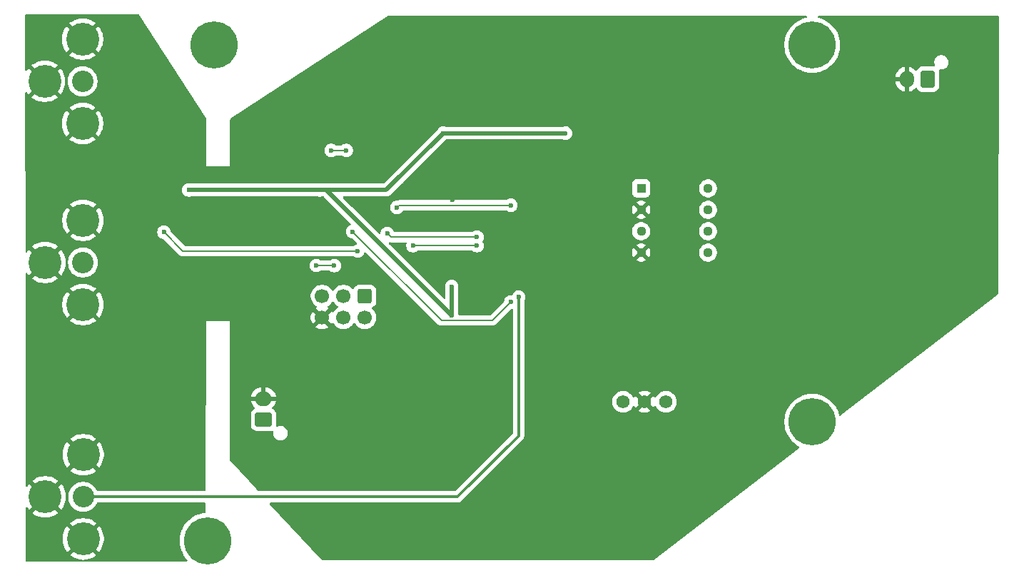
<source format=gbr>
%TF.GenerationSoftware,KiCad,Pcbnew,9.0.0*%
%TF.CreationDate,2025-04-14T20:17:52-07:00*%
%TF.ProjectId,AudioVision_v1,41756469-6f56-4697-9369-6f6e5f76312e,rev?*%
%TF.SameCoordinates,Original*%
%TF.FileFunction,Copper,L2,Bot*%
%TF.FilePolarity,Positive*%
%FSLAX46Y46*%
G04 Gerber Fmt 4.6, Leading zero omitted, Abs format (unit mm)*
G04 Created by KiCad (PCBNEW 9.0.0) date 2025-04-14 20:17:52*
%MOMM*%
%LPD*%
G01*
G04 APERTURE LIST*
G04 Aperture macros list*
%AMRoundRect*
0 Rectangle with rounded corners*
0 $1 Rounding radius*
0 $2 $3 $4 $5 $6 $7 $8 $9 X,Y pos of 4 corners*
0 Add a 4 corners polygon primitive as box body*
4,1,4,$2,$3,$4,$5,$6,$7,$8,$9,$2,$3,0*
0 Add four circle primitives for the rounded corners*
1,1,$1+$1,$2,$3*
1,1,$1+$1,$4,$5*
1,1,$1+$1,$6,$7*
1,1,$1+$1,$8,$9*
0 Add four rect primitives between the rounded corners*
20,1,$1+$1,$2,$3,$4,$5,0*
20,1,$1+$1,$4,$5,$6,$7,0*
20,1,$1+$1,$6,$7,$8,$9,0*
20,1,$1+$1,$8,$9,$2,$3,0*%
G04 Aperture macros list end*
%TA.AperFunction,ComponentPad*%
%ADD10RoundRect,0.250000X-0.600000X0.600000X-0.600000X-0.600000X0.600000X-0.600000X0.600000X0.600000X0*%
%TD*%
%TA.AperFunction,ComponentPad*%
%ADD11C,1.700000*%
%TD*%
%TA.AperFunction,ComponentPad*%
%ADD12C,3.900000*%
%TD*%
%TA.AperFunction,ComponentPad*%
%ADD13C,2.550000*%
%TD*%
%TA.AperFunction,ComponentPad*%
%ADD14C,5.600000*%
%TD*%
%TA.AperFunction,ComponentPad*%
%ADD15R,1.130000X1.130000*%
%TD*%
%TA.AperFunction,ComponentPad*%
%ADD16C,1.130000*%
%TD*%
%TA.AperFunction,ComponentPad*%
%ADD17RoundRect,0.250000X0.750000X-0.600000X0.750000X0.600000X-0.750000X0.600000X-0.750000X-0.600000X0*%
%TD*%
%TA.AperFunction,ComponentPad*%
%ADD18O,2.000000X1.700000*%
%TD*%
%TA.AperFunction,ComponentPad*%
%ADD19RoundRect,0.250000X0.600000X0.750000X-0.600000X0.750000X-0.600000X-0.750000X0.600000X-0.750000X0*%
%TD*%
%TA.AperFunction,ComponentPad*%
%ADD20O,1.700000X2.000000*%
%TD*%
%TA.AperFunction,ComponentPad*%
%ADD21C,1.560000*%
%TD*%
%TA.AperFunction,ViaPad*%
%ADD22C,0.600000*%
%TD*%
%TA.AperFunction,Conductor*%
%ADD23C,0.200000*%
%TD*%
%TA.AperFunction,Conductor*%
%ADD24C,0.500000*%
%TD*%
%TA.AperFunction,Conductor*%
%ADD25C,0.330000*%
%TD*%
G04 APERTURE END LIST*
D10*
%TO.P,ISP,1,Pin_1*%
%TO.N,/D12{slash}MISO*%
X131725000Y-100550000D03*
D11*
%TO.P,ISP,2,Pin_2*%
%TO.N,/ISP-5V*%
X131725000Y-103090000D03*
%TO.P,ISP,3,Pin_3*%
%TO.N,/D13{slash}SCK*%
X129185000Y-100550000D03*
%TO.P,ISP,4,Pin_4*%
%TO.N,/D11{slash}MOSI*%
X129185000Y-103090000D03*
%TO.P,ISP,5,Pin_5*%
%TO.N,/RESET*%
X126645000Y-100550000D03*
%TO.P,ISP,6,Pin_6*%
%TO.N,GND*%
X126645000Y-103090000D03*
%TD*%
D12*
%TO.P,J5,1,1_1*%
%TO.N,GND*%
X98275000Y-101550000D03*
D13*
%TO.P,J5,2,2*%
%TO.N,/D6*%
X98275000Y-96550000D03*
D12*
%TO.P,J5,12,1_2*%
%TO.N,GND*%
X98275000Y-91550000D03*
%TO.P,J5,13,1_3*%
X93775000Y-96550000D03*
%TD*%
D14*
%TO.P,,3*%
%TO.N,N/C*%
X113050000Y-129550000D03*
%TD*%
D12*
%TO.P,J6,1,1_1*%
%TO.N,GND*%
X98300000Y-129350000D03*
D13*
%TO.P,J6,2,2*%
%TO.N,Net-(C23-Pad1)*%
X98300000Y-124350000D03*
D12*
%TO.P,J6,12,1_2*%
%TO.N,GND*%
X98300000Y-119350000D03*
%TO.P,J6,13,1_3*%
X93800000Y-124350000D03*
%TD*%
D15*
%TO.P,U5,1,GAIN_1*%
%TO.N,Net-(U5-GAIN_1)*%
X164505000Y-87750000D03*
D16*
%TO.P,U5,2,-_INPUT*%
%TO.N,GND*%
X164505000Y-90290000D03*
%TO.P,U5,3,+_INPUT*%
%TO.N,Net-(U5-+_INPUT)*%
X164505000Y-92830000D03*
%TO.P,U5,4,GND*%
%TO.N,GND*%
X164505000Y-95370000D03*
%TO.P,U5,5,VOUT*%
%TO.N,Net-(C17-+)*%
X172445000Y-95370000D03*
%TO.P,U5,6,VS*%
%TO.N,+14.5V*%
X172445000Y-92830000D03*
%TO.P,U5,7,BYPASS*%
%TO.N,Net-(U5-BYPASS)*%
X172445000Y-90290000D03*
%TO.P,U5,8,GAIN_2*%
%TO.N,Net-(U5-GAIN_2)*%
X172445000Y-87750000D03*
%TD*%
D14*
%TO.P,,2*%
%TO.N,N/C*%
X184800000Y-70750000D03*
%TD*%
D17*
%TO.P,J1,1,Pin_1*%
%TO.N,+14.5V*%
X119700000Y-115200000D03*
D18*
%TO.P,J1,2,Pin_2*%
%TO.N,GND*%
X119700000Y-112700000D03*
%TD*%
D14*
%TO.P,,4*%
%TO.N,N/C*%
X184800000Y-115450000D03*
%TD*%
D12*
%TO.P,J4,1,1_1*%
%TO.N,GND*%
X98225000Y-80050000D03*
D13*
%TO.P,J4,2,2*%
%TO.N,/D6*%
X98225000Y-75050000D03*
D12*
%TO.P,J4,12,1_2*%
%TO.N,GND*%
X98225000Y-70050000D03*
%TO.P,J4,13,1_3*%
X93725000Y-75050000D03*
%TD*%
D14*
%TO.P,REF\u002A\u002A,1*%
%TO.N,N/C*%
X113800000Y-70750000D03*
%TD*%
D19*
%TO.P,J3,1,Pin_1*%
%TO.N,Net-(C17--)*%
X198525000Y-74800000D03*
D20*
%TO.P,J3,2,Pin_2*%
%TO.N,GND*%
X196025000Y-74800000D03*
%TD*%
D21*
%TO.P,U3,1,OUT*%
%TO.N,Net-(U3-OUT)*%
X162357500Y-113075000D03*
%TO.P,U3,2,GND*%
%TO.N,GND*%
X164897500Y-113075000D03*
%TO.P,U3,3,VS*%
%TO.N,+5V*%
X167437500Y-113075000D03*
%TD*%
D22*
%TO.N,GND*%
X121850000Y-89950000D03*
%TO.N,/D11{slash}MOSI*%
X135525000Y-90025000D03*
X149050000Y-89750000D03*
%TO.N,GND*%
X131175000Y-122100000D03*
X142075000Y-117050000D03*
X107295000Y-78780000D03*
X187925000Y-89250000D03*
X142075000Y-89150000D03*
X111100000Y-91925000D03*
X109830000Y-78755000D03*
X117025000Y-93950000D03*
X156525000Y-103800000D03*
X134025000Y-110750000D03*
X117325000Y-83400000D03*
X133425000Y-113900000D03*
X179675000Y-95900000D03*
X122675000Y-86200000D03*
X187925000Y-105000000D03*
X152925000Y-89100000D03*
X131975000Y-89550000D03*
X133175000Y-85650000D03*
X118425000Y-86050000D03*
%TO.N,+5V*%
X126325000Y-87950000D03*
X142025000Y-102850000D03*
X110825000Y-87950000D03*
X141025000Y-81200000D03*
X155525000Y-81200000D03*
X142025000Y-99400000D03*
%TO.N,Net-(C23-Pad1)*%
X149975000Y-100650000D03*
%TO.N,/D7*%
X128095227Y-96920227D03*
X125975000Y-96900000D03*
%TO.N,/D13{slash}SCK*%
X137425000Y-94550000D03*
X145025000Y-94550000D03*
%TO.N,/D2*%
X129525000Y-83250000D03*
X127725000Y-83250000D03*
%TO.N,/D10*%
X145025000Y-93550000D03*
X134375000Y-93100000D03*
%TO.N,/D8*%
X107875000Y-92950000D03*
X130875000Y-95200000D03*
%TO.N,/D5*%
X130254773Y-92879773D03*
X149025000Y-101250000D03*
%TD*%
D23*
%TO.N,/D11{slash}MOSI*%
X149050000Y-89750000D02*
X135800000Y-89750000D01*
X135800000Y-89750000D02*
X135525000Y-90025000D01*
D24*
%TO.N,+5V*%
X126325000Y-87950000D02*
X134275000Y-87950000D01*
X142025000Y-102850000D02*
X142025000Y-99400000D01*
X126325000Y-87950000D02*
X127125000Y-87950000D01*
X155525000Y-81200000D02*
X141025000Y-81200000D01*
X126325000Y-87950000D02*
X110825000Y-87950000D01*
X134275000Y-87950000D02*
X141025000Y-81200000D01*
X127125000Y-87950000D02*
X142025000Y-102850000D01*
D25*
%TO.N,Net-(C23-Pad1)*%
X149975000Y-117100000D02*
X142725000Y-124350000D01*
X142725000Y-124350000D02*
X98300000Y-124350000D01*
X149975000Y-100650000D02*
X149975000Y-117100000D01*
D23*
%TO.N,/D7*%
X128075000Y-96900000D02*
X125975000Y-96900000D01*
X128095227Y-96920227D02*
X128075000Y-96900000D01*
%TO.N,/D13{slash}SCK*%
X145025000Y-94550000D02*
X137425000Y-94550000D01*
%TO.N,/D2*%
X127725000Y-83250000D02*
X129525000Y-83250000D01*
%TO.N,/D10*%
X134825000Y-93550000D02*
X134375000Y-93100000D01*
X145025000Y-93550000D02*
X134825000Y-93550000D01*
%TO.N,/D8*%
X110125000Y-95200000D02*
X107875000Y-92950000D01*
X130875000Y-95200000D02*
X110125000Y-95200000D01*
%TO.N,/D5*%
X146824000Y-103451000D02*
X140826000Y-103451000D01*
X149025000Y-101250000D02*
X146824000Y-103451000D01*
X140826000Y-103451000D02*
X130254773Y-92879773D01*
%TD*%
%TA.AperFunction,Conductor*%
%TO.N,GND*%
G36*
X127986444Y-101203999D02*
G01*
X128025486Y-101249056D01*
X128029951Y-101257820D01*
X128154890Y-101429786D01*
X128305213Y-101580109D01*
X128477182Y-101705050D01*
X128485946Y-101709516D01*
X128536742Y-101757491D01*
X128553536Y-101825312D01*
X128530998Y-101891447D01*
X128485946Y-101930484D01*
X128477182Y-101934949D01*
X128305213Y-102059890D01*
X128154890Y-102210213D01*
X128029949Y-102382182D01*
X128025202Y-102391499D01*
X127977227Y-102442293D01*
X127909405Y-102459087D01*
X127843271Y-102436548D01*
X127804234Y-102391495D01*
X127799626Y-102382452D01*
X127760270Y-102328282D01*
X127760269Y-102328282D01*
X127127962Y-102960590D01*
X127110925Y-102897007D01*
X127045099Y-102782993D01*
X126952007Y-102689901D01*
X126837993Y-102624075D01*
X126774409Y-102607037D01*
X127406716Y-101974728D01*
X127352547Y-101935373D01*
X127352547Y-101935372D01*
X127343500Y-101930763D01*
X127292706Y-101882788D01*
X127275912Y-101814966D01*
X127298451Y-101748832D01*
X127343508Y-101709793D01*
X127352816Y-101705051D01*
X127471728Y-101618657D01*
X127524786Y-101580109D01*
X127524788Y-101580106D01*
X127524792Y-101580104D01*
X127675104Y-101429792D01*
X127675106Y-101429788D01*
X127675109Y-101429786D01*
X127800048Y-101257820D01*
X127800047Y-101257820D01*
X127800051Y-101257816D01*
X127804514Y-101249054D01*
X127852488Y-101198259D01*
X127920308Y-101181463D01*
X127986444Y-101203999D01*
G37*
%TD.AperFunction*%
%TA.AperFunction,Conductor*%
G36*
X104924472Y-67119685D02*
G01*
X104961629Y-67156775D01*
X112905197Y-79469305D01*
X112925000Y-79536310D01*
X112925000Y-85150000D01*
X115725000Y-85150000D01*
X115725000Y-83171153D01*
X126924500Y-83171153D01*
X126924500Y-83328846D01*
X126955261Y-83483489D01*
X126955264Y-83483501D01*
X127015602Y-83629172D01*
X127015609Y-83629185D01*
X127103210Y-83760288D01*
X127103213Y-83760292D01*
X127214707Y-83871786D01*
X127214711Y-83871789D01*
X127345814Y-83959390D01*
X127345827Y-83959397D01*
X127491498Y-84019735D01*
X127491503Y-84019737D01*
X127646153Y-84050499D01*
X127646156Y-84050500D01*
X127646158Y-84050500D01*
X127803844Y-84050500D01*
X127803845Y-84050499D01*
X127958497Y-84019737D01*
X128104179Y-83959394D01*
X128104185Y-83959390D01*
X128235875Y-83871398D01*
X128302553Y-83850520D01*
X128304766Y-83850500D01*
X128945234Y-83850500D01*
X129012273Y-83870185D01*
X129014125Y-83871398D01*
X129145814Y-83959390D01*
X129145827Y-83959397D01*
X129291498Y-84019735D01*
X129291503Y-84019737D01*
X129446153Y-84050499D01*
X129446156Y-84050500D01*
X129446158Y-84050500D01*
X129603844Y-84050500D01*
X129603845Y-84050499D01*
X129758497Y-84019737D01*
X129904179Y-83959394D01*
X130035289Y-83871789D01*
X130146789Y-83760289D01*
X130234394Y-83629179D01*
X130294737Y-83483497D01*
X130325500Y-83328842D01*
X130325500Y-83171158D01*
X130325500Y-83171155D01*
X130325499Y-83171153D01*
X130294738Y-83016510D01*
X130294737Y-83016503D01*
X130294735Y-83016498D01*
X130234397Y-82870827D01*
X130234390Y-82870814D01*
X130146789Y-82739711D01*
X130146786Y-82739707D01*
X130035292Y-82628213D01*
X130035288Y-82628210D01*
X129904185Y-82540609D01*
X129904172Y-82540602D01*
X129758501Y-82480264D01*
X129758489Y-82480261D01*
X129603845Y-82449500D01*
X129603842Y-82449500D01*
X129446158Y-82449500D01*
X129446155Y-82449500D01*
X129291510Y-82480261D01*
X129291498Y-82480264D01*
X129145827Y-82540602D01*
X129145814Y-82540609D01*
X129014125Y-82628602D01*
X128947447Y-82649480D01*
X128945234Y-82649500D01*
X128304766Y-82649500D01*
X128237727Y-82629815D01*
X128235875Y-82628602D01*
X128104185Y-82540609D01*
X128104172Y-82540602D01*
X127958501Y-82480264D01*
X127958489Y-82480261D01*
X127803845Y-82449500D01*
X127803842Y-82449500D01*
X127646158Y-82449500D01*
X127646155Y-82449500D01*
X127491510Y-82480261D01*
X127491498Y-82480264D01*
X127345827Y-82540602D01*
X127345814Y-82540609D01*
X127214711Y-82628210D01*
X127214707Y-82628213D01*
X127103213Y-82739707D01*
X127103210Y-82739711D01*
X127015609Y-82870814D01*
X127015602Y-82870827D01*
X126955264Y-83016498D01*
X126955261Y-83016510D01*
X126924500Y-83171153D01*
X115725000Y-83171153D01*
X115725000Y-79594180D01*
X115744685Y-79527141D01*
X115781183Y-79490368D01*
X123353587Y-74543753D01*
X194675000Y-74543753D01*
X194675000Y-74550000D01*
X195591988Y-74550000D01*
X195559075Y-74607007D01*
X195525000Y-74734174D01*
X195525000Y-74865826D01*
X195559075Y-74992993D01*
X195591988Y-75050000D01*
X194675000Y-75050000D01*
X194675000Y-75056246D01*
X194708242Y-75266127D01*
X194708242Y-75266130D01*
X194773904Y-75468217D01*
X194870379Y-75657557D01*
X194995272Y-75829459D01*
X194995276Y-75829464D01*
X195145535Y-75979723D01*
X195145540Y-75979727D01*
X195317442Y-76104620D01*
X195506782Y-76201095D01*
X195708871Y-76266757D01*
X195775000Y-76277231D01*
X195775000Y-75233012D01*
X195832007Y-75265925D01*
X195959174Y-75300000D01*
X196090826Y-75300000D01*
X196217993Y-75265925D01*
X196275000Y-75233012D01*
X196275000Y-76277230D01*
X196341126Y-76266757D01*
X196341129Y-76266757D01*
X196543217Y-76201095D01*
X196732557Y-76104620D01*
X196904458Y-75979728D01*
X197043330Y-75840856D01*
X197104653Y-75807371D01*
X197174345Y-75812355D01*
X197230279Y-75854226D01*
X197236551Y-75863440D01*
X197240185Y-75869331D01*
X197240186Y-75869334D01*
X197332288Y-76018656D01*
X197456344Y-76142712D01*
X197605666Y-76234814D01*
X197772203Y-76289999D01*
X197874991Y-76300500D01*
X199175008Y-76300499D01*
X199277797Y-76289999D01*
X199444334Y-76234814D01*
X199593656Y-76142712D01*
X199717712Y-76018656D01*
X199809814Y-75869334D01*
X199864999Y-75702797D01*
X199875500Y-75600009D01*
X199875499Y-73999992D01*
X199864999Y-73897203D01*
X199832037Y-73797733D01*
X199829636Y-73727907D01*
X199865367Y-73667865D01*
X199927888Y-73636672D01*
X199973935Y-73637114D01*
X200013270Y-73644937D01*
X200041230Y-73650499D01*
X200041232Y-73650500D01*
X200041233Y-73650500D01*
X200208768Y-73650500D01*
X200208769Y-73650499D01*
X200373082Y-73617816D01*
X200527863Y-73553703D01*
X200667162Y-73460626D01*
X200785626Y-73342162D01*
X200878703Y-73202863D01*
X200942816Y-73048082D01*
X200975500Y-72883767D01*
X200975500Y-72716233D01*
X200942816Y-72551918D01*
X200878703Y-72397137D01*
X200825202Y-72317067D01*
X200785626Y-72257837D01*
X200667162Y-72139373D01*
X200527860Y-72046295D01*
X200373082Y-71982184D01*
X200373074Y-71982182D01*
X200208771Y-71949500D01*
X200208767Y-71949500D01*
X200041233Y-71949500D01*
X200041228Y-71949500D01*
X199876925Y-71982182D01*
X199876917Y-71982184D01*
X199722139Y-72046295D01*
X199582837Y-72139373D01*
X199464373Y-72257837D01*
X199371295Y-72397139D01*
X199307184Y-72551917D01*
X199307182Y-72551925D01*
X199274500Y-72716228D01*
X199274500Y-72883771D01*
X199307182Y-73048074D01*
X199307185Y-73048086D01*
X199342269Y-73132786D01*
X199349738Y-73202255D01*
X199318463Y-73264734D01*
X199258374Y-73300386D01*
X199215106Y-73303596D01*
X199175011Y-73299500D01*
X197874998Y-73299500D01*
X197874981Y-73299501D01*
X197772203Y-73310000D01*
X197772200Y-73310001D01*
X197605668Y-73365185D01*
X197605663Y-73365187D01*
X197456342Y-73457289D01*
X197332289Y-73581342D01*
X197236551Y-73736559D01*
X197184603Y-73783283D01*
X197115640Y-73794506D01*
X197051558Y-73766662D01*
X197043331Y-73759143D01*
X196904464Y-73620276D01*
X196904459Y-73620272D01*
X196732557Y-73495379D01*
X196543215Y-73398903D01*
X196341124Y-73333241D01*
X196275000Y-73322768D01*
X196275000Y-74366988D01*
X196217993Y-74334075D01*
X196090826Y-74300000D01*
X195959174Y-74300000D01*
X195832007Y-74334075D01*
X195775000Y-74366988D01*
X195775000Y-73322768D01*
X195774999Y-73322768D01*
X195708875Y-73333241D01*
X195506784Y-73398903D01*
X195317442Y-73495379D01*
X195145540Y-73620272D01*
X195145535Y-73620276D01*
X194995276Y-73770535D01*
X194995272Y-73770540D01*
X194870379Y-73942442D01*
X194773904Y-74131782D01*
X194708242Y-74333869D01*
X194708242Y-74333872D01*
X194675000Y-74543753D01*
X123353587Y-74543753D01*
X134486944Y-67270973D01*
X134553832Y-67250791D01*
X134554646Y-67250788D01*
X184041891Y-67285224D01*
X184108916Y-67304955D01*
X184154634Y-67357791D01*
X184164530Y-67426956D01*
X184135460Y-67490492D01*
X184076656Y-67528225D01*
X184065996Y-67530841D01*
X183997094Y-67544546D01*
X183997086Y-67544548D01*
X183686752Y-67638686D01*
X183387150Y-67762786D01*
X183387145Y-67762788D01*
X183101169Y-67915646D01*
X183101151Y-67915657D01*
X182831532Y-68095811D01*
X182831518Y-68095821D01*
X182580841Y-68301546D01*
X182351546Y-68530841D01*
X182145821Y-68781518D01*
X182145811Y-68781532D01*
X181965657Y-69051151D01*
X181965646Y-69051169D01*
X181812788Y-69337145D01*
X181812786Y-69337150D01*
X181688686Y-69636752D01*
X181594548Y-69947086D01*
X181594545Y-69947097D01*
X181531287Y-70265125D01*
X181531284Y-70265142D01*
X181506666Y-70515099D01*
X181503325Y-70549027D01*
X181499500Y-70587860D01*
X181499500Y-70912139D01*
X181531284Y-71234857D01*
X181531287Y-71234874D01*
X181594545Y-71552902D01*
X181594548Y-71552913D01*
X181688686Y-71863247D01*
X181812786Y-72162849D01*
X181812788Y-72162854D01*
X181965646Y-72448830D01*
X181965657Y-72448848D01*
X182145811Y-72718467D01*
X182145821Y-72718481D01*
X182351546Y-72969158D01*
X182580841Y-73198453D01*
X182580846Y-73198457D01*
X182580847Y-73198458D01*
X182831524Y-73404183D01*
X183101158Y-73584347D01*
X183101167Y-73584352D01*
X183101169Y-73584353D01*
X183387145Y-73737211D01*
X183387147Y-73737211D01*
X183387153Y-73737215D01*
X183686754Y-73861314D01*
X183997077Y-73955449D01*
X183997083Y-73955450D01*
X183997086Y-73955451D01*
X183997097Y-73955454D01*
X184196528Y-73995122D01*
X184315132Y-74018714D01*
X184637857Y-74050500D01*
X184637860Y-74050500D01*
X184962140Y-74050500D01*
X184962143Y-74050500D01*
X185284868Y-74018714D01*
X185442295Y-73987399D01*
X185602902Y-73955454D01*
X185602913Y-73955451D01*
X185602913Y-73955450D01*
X185602923Y-73955449D01*
X185913246Y-73861314D01*
X186212847Y-73737215D01*
X186498842Y-73584347D01*
X186768476Y-73404183D01*
X187019153Y-73198458D01*
X187248458Y-72969153D01*
X187454183Y-72718476D01*
X187634347Y-72448842D01*
X187787215Y-72162847D01*
X187911314Y-71863246D01*
X188005449Y-71552923D01*
X188005451Y-71552913D01*
X188005454Y-71552902D01*
X188052180Y-71317990D01*
X188068714Y-71234868D01*
X188100500Y-70912143D01*
X188100500Y-70587857D01*
X188068714Y-70265132D01*
X188025922Y-70050000D01*
X188005454Y-69947097D01*
X188005451Y-69947086D01*
X188005450Y-69947083D01*
X188005449Y-69947077D01*
X187911314Y-69636754D01*
X187787215Y-69337153D01*
X187634347Y-69051158D01*
X187454183Y-68781524D01*
X187248458Y-68530847D01*
X187248457Y-68530846D01*
X187248453Y-68530841D01*
X187019158Y-68301546D01*
X186768481Y-68095821D01*
X186768480Y-68095820D01*
X186768476Y-68095817D01*
X186498842Y-67915653D01*
X186498837Y-67915650D01*
X186498830Y-67915646D01*
X186212854Y-67762788D01*
X186212849Y-67762786D01*
X185913247Y-67638686D01*
X185602913Y-67544548D01*
X185602901Y-67544545D01*
X185539327Y-67531900D01*
X185477416Y-67499515D01*
X185442842Y-67438800D01*
X185446581Y-67369030D01*
X185487448Y-67312358D01*
X185552466Y-67286777D01*
X185563598Y-67286283D01*
X206864294Y-67301105D01*
X206931319Y-67320836D01*
X206977037Y-67373672D01*
X206988206Y-67425646D01*
X206844815Y-100262240D01*
X206824838Y-100329193D01*
X206796579Y-100359862D01*
X188200777Y-114712245D01*
X188135679Y-114737623D01*
X188067195Y-114723777D01*
X188017068Y-114675104D01*
X188007074Y-114649764D01*
X188006332Y-114649990D01*
X188005450Y-114647083D01*
X188005449Y-114647077D01*
X187911314Y-114336754D01*
X187787215Y-114037153D01*
X187771252Y-114007289D01*
X187634353Y-113751169D01*
X187634352Y-113751167D01*
X187634347Y-113751158D01*
X187454183Y-113481524D01*
X187248458Y-113230847D01*
X187248457Y-113230846D01*
X187248453Y-113230841D01*
X187019158Y-113001546D01*
X186768481Y-112795821D01*
X186768480Y-112795820D01*
X186768476Y-112795817D01*
X186498842Y-112615653D01*
X186498837Y-112615650D01*
X186498830Y-112615646D01*
X186212854Y-112462788D01*
X186212849Y-112462786D01*
X185913247Y-112338686D01*
X185602913Y-112244548D01*
X185602902Y-112244545D01*
X185284874Y-112181287D01*
X185284857Y-112181284D01*
X185040812Y-112157248D01*
X184962143Y-112149500D01*
X184637857Y-112149500D01*
X184565099Y-112156666D01*
X184315142Y-112181284D01*
X184315125Y-112181287D01*
X183997097Y-112244545D01*
X183997086Y-112244548D01*
X183686752Y-112338686D01*
X183387150Y-112462786D01*
X183387145Y-112462788D01*
X183101169Y-112615646D01*
X183101151Y-112615657D01*
X182831532Y-112795811D01*
X182831518Y-112795821D01*
X182580841Y-113001546D01*
X182351546Y-113230841D01*
X182145821Y-113481518D01*
X182145811Y-113481532D01*
X181965657Y-113751151D01*
X181965646Y-113751169D01*
X181812788Y-114037145D01*
X181812786Y-114037150D01*
X181688686Y-114336752D01*
X181594548Y-114647086D01*
X181594545Y-114647097D01*
X181531287Y-114965125D01*
X181531284Y-114965142D01*
X181499500Y-115287860D01*
X181499500Y-115612139D01*
X181531284Y-115934857D01*
X181531287Y-115934874D01*
X181594545Y-116252902D01*
X181594548Y-116252913D01*
X181685249Y-116551918D01*
X181688686Y-116563246D01*
X181803328Y-116840017D01*
X181812786Y-116862849D01*
X181812788Y-116862854D01*
X181965646Y-117148830D01*
X181965657Y-117148848D01*
X182145811Y-117418467D01*
X182145821Y-117418481D01*
X182351546Y-117669158D01*
X182580841Y-117898453D01*
X182580846Y-117898457D01*
X182580847Y-117898458D01*
X182831524Y-118104183D01*
X183101158Y-118284347D01*
X183210583Y-118342836D01*
X183260426Y-118391797D01*
X183275887Y-118459934D01*
X183252056Y-118525614D01*
X183227892Y-118550356D01*
X165964778Y-131874163D01*
X165899680Y-131899541D01*
X165889015Y-131900000D01*
X126679265Y-131900000D01*
X126612226Y-131880315D01*
X126588179Y-131860139D01*
X126585025Y-131856725D01*
X120457853Y-125223639D01*
X120426824Y-125161037D01*
X120434565Y-125091598D01*
X120478620Y-125037367D01*
X120545000Y-125015563D01*
X120548939Y-125015500D01*
X142790549Y-125015500D01*
X142877044Y-124998294D01*
X142919119Y-124989925D01*
X143040232Y-124939758D01*
X143149232Y-124866928D01*
X150491927Y-117524232D01*
X150564758Y-117415233D01*
X150579451Y-117379759D01*
X150614925Y-117294119D01*
X150640500Y-117165546D01*
X150640500Y-112974216D01*
X161077000Y-112974216D01*
X161077000Y-113175783D01*
X161108530Y-113374852D01*
X161170812Y-113566539D01*
X161248154Y-113718330D01*
X161262318Y-113746129D01*
X161380789Y-113909190D01*
X161523310Y-114051711D01*
X161686371Y-114170182D01*
X161865049Y-114261223D01*
X161865960Y-114261687D01*
X161961803Y-114292828D01*
X162057649Y-114323970D01*
X162149848Y-114338572D01*
X162256717Y-114355500D01*
X162256722Y-114355500D01*
X162458283Y-114355500D01*
X162554789Y-114340214D01*
X162657351Y-114323970D01*
X162849042Y-114261686D01*
X163028629Y-114170182D01*
X163191690Y-114051711D01*
X163334211Y-113909190D01*
X163452682Y-113746129D01*
X163517295Y-113619317D01*
X163565269Y-113568521D01*
X163633090Y-113551726D01*
X163699225Y-113574263D01*
X163738264Y-113619316D01*
X163802746Y-113745867D01*
X163832342Y-113786602D01*
X163832343Y-113786603D01*
X164390042Y-113228904D01*
X164403619Y-113279572D01*
X164473395Y-113400427D01*
X164572073Y-113499105D01*
X164692928Y-113568881D01*
X164743594Y-113582457D01*
X164185895Y-114140155D01*
X164226633Y-114169753D01*
X164406150Y-114261223D01*
X164406153Y-114261224D01*
X164597764Y-114323481D01*
X164796763Y-114355000D01*
X164998237Y-114355000D01*
X165197235Y-114323481D01*
X165388846Y-114261224D01*
X165388849Y-114261223D01*
X165568366Y-114169753D01*
X165609102Y-114140156D01*
X165609102Y-114140155D01*
X165051404Y-113582457D01*
X165102072Y-113568881D01*
X165222927Y-113499105D01*
X165321605Y-113400427D01*
X165391381Y-113279572D01*
X165404957Y-113228904D01*
X165962655Y-113786602D01*
X165962656Y-113786602D01*
X165992253Y-113745866D01*
X166056734Y-113619317D01*
X166104709Y-113568521D01*
X166172530Y-113551726D01*
X166238665Y-113574263D01*
X166277704Y-113619317D01*
X166342318Y-113746129D01*
X166460789Y-113909190D01*
X166603310Y-114051711D01*
X166766371Y-114170182D01*
X166945049Y-114261223D01*
X166945960Y-114261687D01*
X167041803Y-114292828D01*
X167137649Y-114323970D01*
X167229848Y-114338572D01*
X167336717Y-114355500D01*
X167336722Y-114355500D01*
X167538283Y-114355500D01*
X167634789Y-114340214D01*
X167737351Y-114323970D01*
X167929042Y-114261686D01*
X168108629Y-114170182D01*
X168271690Y-114051711D01*
X168414211Y-113909190D01*
X168532682Y-113746129D01*
X168624186Y-113566542D01*
X168686470Y-113374851D01*
X168709279Y-113230841D01*
X168718000Y-113175783D01*
X168718000Y-112974216D01*
X168689743Y-112795817D01*
X168686470Y-112775149D01*
X168634647Y-112615653D01*
X168624187Y-112583460D01*
X168585232Y-112507007D01*
X168532682Y-112403871D01*
X168414211Y-112240810D01*
X168271690Y-112098289D01*
X168108629Y-111979818D01*
X167929039Y-111888312D01*
X167737352Y-111826030D01*
X167538283Y-111794500D01*
X167538278Y-111794500D01*
X167336722Y-111794500D01*
X167336717Y-111794500D01*
X167137647Y-111826030D01*
X166945960Y-111888312D01*
X166766370Y-111979818D01*
X166725045Y-112009843D01*
X166603310Y-112098289D01*
X166603308Y-112098291D01*
X166603307Y-112098291D01*
X166460791Y-112240807D01*
X166460791Y-112240808D01*
X166460789Y-112240810D01*
X166417857Y-112299901D01*
X166342318Y-112403870D01*
X166277704Y-112530682D01*
X166229729Y-112581478D01*
X166161908Y-112598273D01*
X166095773Y-112575735D01*
X166056734Y-112530682D01*
X165992253Y-112404133D01*
X165962655Y-112363396D01*
X165962655Y-112363395D01*
X165404957Y-112921094D01*
X165391381Y-112870428D01*
X165321605Y-112749573D01*
X165222927Y-112650895D01*
X165102072Y-112581119D01*
X165051403Y-112567542D01*
X165609103Y-112009843D01*
X165609102Y-112009842D01*
X165568369Y-111980248D01*
X165388849Y-111888776D01*
X165388846Y-111888775D01*
X165197235Y-111826518D01*
X164998237Y-111795000D01*
X164796763Y-111795000D01*
X164597764Y-111826518D01*
X164406153Y-111888775D01*
X164406150Y-111888776D01*
X164226635Y-111980245D01*
X164226633Y-111980246D01*
X164185896Y-112009842D01*
X164185896Y-112009843D01*
X164743596Y-112567542D01*
X164692928Y-112581119D01*
X164572073Y-112650895D01*
X164473395Y-112749573D01*
X164403619Y-112870428D01*
X164390042Y-112921095D01*
X163832343Y-112363396D01*
X163832342Y-112363396D01*
X163802746Y-112404133D01*
X163802742Y-112404140D01*
X163738264Y-112530683D01*
X163690289Y-112581478D01*
X163622468Y-112598273D01*
X163556333Y-112575735D01*
X163517295Y-112530682D01*
X163505232Y-112507007D01*
X163452682Y-112403871D01*
X163334211Y-112240810D01*
X163191690Y-112098289D01*
X163028629Y-111979818D01*
X162849039Y-111888312D01*
X162657352Y-111826030D01*
X162458283Y-111794500D01*
X162458278Y-111794500D01*
X162256722Y-111794500D01*
X162256717Y-111794500D01*
X162057647Y-111826030D01*
X161865960Y-111888312D01*
X161686370Y-111979818D01*
X161645045Y-112009843D01*
X161523310Y-112098289D01*
X161523308Y-112098291D01*
X161523307Y-112098291D01*
X161380791Y-112240807D01*
X161380791Y-112240808D01*
X161380789Y-112240810D01*
X161337857Y-112299901D01*
X161262318Y-112403870D01*
X161170812Y-112583460D01*
X161108530Y-112775147D01*
X161077000Y-112974216D01*
X150640500Y-112974216D01*
X150640500Y-101132485D01*
X150660185Y-101065446D01*
X150661398Y-101063594D01*
X150669831Y-101050973D01*
X150684394Y-101029179D01*
X150744737Y-100883497D01*
X150775500Y-100728842D01*
X150775500Y-100571158D01*
X150775500Y-100571155D01*
X150775499Y-100571153D01*
X150754911Y-100467650D01*
X150744737Y-100416503D01*
X150726698Y-100372952D01*
X150684397Y-100270827D01*
X150684390Y-100270814D01*
X150596789Y-100139711D01*
X150596786Y-100139707D01*
X150485292Y-100028213D01*
X150485288Y-100028210D01*
X150354185Y-99940609D01*
X150354172Y-99940602D01*
X150208501Y-99880264D01*
X150208489Y-99880261D01*
X150053845Y-99849500D01*
X150053842Y-99849500D01*
X149896158Y-99849500D01*
X149896155Y-99849500D01*
X149741510Y-99880261D01*
X149741498Y-99880264D01*
X149595827Y-99940602D01*
X149595814Y-99940609D01*
X149464711Y-100028210D01*
X149464707Y-100028213D01*
X149353213Y-100139707D01*
X149353210Y-100139711D01*
X149265609Y-100270814D01*
X149265602Y-100270827D01*
X149223302Y-100372952D01*
X149179462Y-100427356D01*
X149113167Y-100449421D01*
X149108741Y-100449500D01*
X148946155Y-100449500D01*
X148791510Y-100480261D01*
X148791498Y-100480264D01*
X148645827Y-100540602D01*
X148645814Y-100540609D01*
X148514711Y-100628210D01*
X148514707Y-100628213D01*
X148403213Y-100739707D01*
X148403210Y-100739711D01*
X148315609Y-100870814D01*
X148315602Y-100870827D01*
X148255264Y-101016498D01*
X148255261Y-101016508D01*
X148224361Y-101171850D01*
X148191976Y-101233761D01*
X148190425Y-101235339D01*
X146611584Y-102814181D01*
X146550261Y-102847666D01*
X146523903Y-102850500D01*
X142943046Y-102850500D01*
X142914850Y-102842220D01*
X142886002Y-102836600D01*
X142881708Y-102832489D01*
X142876007Y-102830815D01*
X142856767Y-102808611D01*
X142835533Y-102788282D01*
X142832769Y-102780916D01*
X142830252Y-102778011D01*
X142822482Y-102755489D01*
X142821910Y-102753110D01*
X142794737Y-102616503D01*
X142781211Y-102583849D01*
X142778936Y-102574385D01*
X142779401Y-102565012D01*
X142775500Y-102545396D01*
X142775500Y-99704604D01*
X142784939Y-99657151D01*
X142787997Y-99649768D01*
X142794737Y-99633497D01*
X142825500Y-99478842D01*
X142825500Y-99321158D01*
X142825500Y-99321155D01*
X142825499Y-99321153D01*
X142817895Y-99282926D01*
X142794737Y-99166503D01*
X142767191Y-99100000D01*
X142734397Y-99020827D01*
X142734390Y-99020814D01*
X142646789Y-98889711D01*
X142646786Y-98889707D01*
X142535292Y-98778213D01*
X142535288Y-98778210D01*
X142404185Y-98690609D01*
X142404172Y-98690602D01*
X142258501Y-98630264D01*
X142258489Y-98630261D01*
X142103845Y-98599500D01*
X142103842Y-98599500D01*
X141946158Y-98599500D01*
X141946155Y-98599500D01*
X141791510Y-98630261D01*
X141791498Y-98630264D01*
X141645827Y-98690602D01*
X141645814Y-98690609D01*
X141514711Y-98778210D01*
X141514707Y-98778213D01*
X141403213Y-98889707D01*
X141403210Y-98889711D01*
X141315609Y-99020814D01*
X141315602Y-99020827D01*
X141255264Y-99166498D01*
X141255261Y-99166510D01*
X141224500Y-99321153D01*
X141224500Y-99478846D01*
X141255261Y-99633489D01*
X141255263Y-99633497D01*
X141265061Y-99657151D01*
X141274500Y-99704604D01*
X141274500Y-100738770D01*
X141254815Y-100805809D01*
X141202011Y-100851564D01*
X141132853Y-100861508D01*
X141069297Y-100832483D01*
X141062819Y-100826451D01*
X134582667Y-94346299D01*
X134549182Y-94284976D01*
X134554166Y-94215284D01*
X134596038Y-94159351D01*
X134661502Y-94134934D01*
X134702435Y-94138842D01*
X134745943Y-94150500D01*
X136538445Y-94150500D01*
X136605484Y-94170185D01*
X136651239Y-94222989D01*
X136661183Y-94292147D01*
X136656159Y-94310411D01*
X136657031Y-94310676D01*
X136655261Y-94316510D01*
X136624500Y-94471153D01*
X136624500Y-94628846D01*
X136655261Y-94783489D01*
X136655264Y-94783501D01*
X136715602Y-94929172D01*
X136715609Y-94929185D01*
X136803210Y-95060288D01*
X136803213Y-95060292D01*
X136914707Y-95171786D01*
X136914711Y-95171789D01*
X137045814Y-95259390D01*
X137045827Y-95259397D01*
X137191498Y-95319735D01*
X137191503Y-95319737D01*
X137346153Y-95350499D01*
X137346156Y-95350500D01*
X137346158Y-95350500D01*
X137503844Y-95350500D01*
X137503845Y-95350499D01*
X137658497Y-95319737D01*
X137790507Y-95265057D01*
X137804172Y-95259397D01*
X137804172Y-95259396D01*
X137804179Y-95259394D01*
X137874747Y-95212242D01*
X137935875Y-95171398D01*
X138002553Y-95150520D01*
X138004766Y-95150500D01*
X144445234Y-95150500D01*
X144512273Y-95170185D01*
X144514125Y-95171398D01*
X144645814Y-95259390D01*
X144645827Y-95259397D01*
X144791498Y-95319735D01*
X144791503Y-95319737D01*
X144946153Y-95350499D01*
X144946156Y-95350500D01*
X144946158Y-95350500D01*
X145103844Y-95350500D01*
X145103845Y-95350499D01*
X145258497Y-95319737D01*
X145390398Y-95265102D01*
X163440000Y-95265102D01*
X163440000Y-95474897D01*
X163480925Y-95680641D01*
X163480927Y-95680649D01*
X163561207Y-95874464D01*
X163595563Y-95925882D01*
X164140000Y-95381445D01*
X164140000Y-95418053D01*
X164164874Y-95510885D01*
X164212927Y-95594116D01*
X164280884Y-95662073D01*
X164364115Y-95710126D01*
X164456947Y-95735000D01*
X164493553Y-95735000D01*
X163949116Y-96279434D01*
X163949117Y-96279435D01*
X164000528Y-96313788D01*
X164000534Y-96313791D01*
X164194350Y-96394072D01*
X164194358Y-96394074D01*
X164400102Y-96434999D01*
X164400106Y-96435000D01*
X164609894Y-96435000D01*
X164609897Y-96434999D01*
X164815641Y-96394074D01*
X164815649Y-96394072D01*
X165009465Y-96313791D01*
X165009473Y-96313787D01*
X165060881Y-96279435D01*
X165060882Y-96279434D01*
X164516448Y-95735000D01*
X164553053Y-95735000D01*
X164645885Y-95710126D01*
X164729116Y-95662073D01*
X164797073Y-95594116D01*
X164845126Y-95510885D01*
X164870000Y-95418053D01*
X164870000Y-95381447D01*
X165414434Y-95925882D01*
X165414435Y-95925881D01*
X165448787Y-95874473D01*
X165448791Y-95874465D01*
X165529072Y-95680649D01*
X165529074Y-95680641D01*
X165569989Y-95474945D01*
X171379499Y-95474945D01*
X171420445Y-95680789D01*
X171420447Y-95680795D01*
X171500765Y-95874701D01*
X171617373Y-96049218D01*
X171765781Y-96197626D01*
X171940298Y-96314234D01*
X172037251Y-96354393D01*
X172134205Y-96394553D01*
X172134209Y-96394553D01*
X172134210Y-96394554D01*
X172340054Y-96435500D01*
X172340057Y-96435500D01*
X172549945Y-96435500D01*
X172688433Y-96407952D01*
X172755795Y-96394553D01*
X172949703Y-96314233D01*
X173124216Y-96197628D01*
X173272628Y-96049216D01*
X173389233Y-95874703D01*
X173469553Y-95680795D01*
X173510500Y-95474943D01*
X173510500Y-95265057D01*
X173510500Y-95265054D01*
X173469554Y-95059210D01*
X173469553Y-95059209D01*
X173469553Y-95059205D01*
X173426050Y-94954180D01*
X173389234Y-94865298D01*
X173272626Y-94690781D01*
X173124218Y-94542373D01*
X172949701Y-94425765D01*
X172755795Y-94345447D01*
X172755789Y-94345445D01*
X172549945Y-94304500D01*
X172549943Y-94304500D01*
X172340057Y-94304500D01*
X172340055Y-94304500D01*
X172134210Y-94345445D01*
X172134204Y-94345447D01*
X171940298Y-94425765D01*
X171765781Y-94542373D01*
X171617373Y-94690781D01*
X171500765Y-94865298D01*
X171420447Y-95059204D01*
X171420445Y-95059210D01*
X171379500Y-95265054D01*
X171379500Y-95265057D01*
X171379500Y-95474943D01*
X171379500Y-95474945D01*
X171379499Y-95474945D01*
X165569989Y-95474945D01*
X165569999Y-95474897D01*
X165570000Y-95474894D01*
X165570000Y-95265105D01*
X165569999Y-95265103D01*
X165529074Y-95059358D01*
X165529072Y-95059350D01*
X165448791Y-94865534D01*
X165448788Y-94865528D01*
X165414435Y-94814117D01*
X165414434Y-94814116D01*
X164870000Y-95358551D01*
X164870000Y-95321947D01*
X164845126Y-95229115D01*
X164797073Y-95145884D01*
X164729116Y-95077927D01*
X164645885Y-95029874D01*
X164553053Y-95005000D01*
X164516447Y-95005000D01*
X165060882Y-94460563D01*
X165009464Y-94426207D01*
X164815649Y-94345927D01*
X164815641Y-94345925D01*
X164609897Y-94305000D01*
X164400102Y-94305000D01*
X164194358Y-94345925D01*
X164194350Y-94345927D01*
X164000535Y-94426207D01*
X164000532Y-94426209D01*
X163949117Y-94460564D01*
X164493554Y-95005000D01*
X164456947Y-95005000D01*
X164364115Y-95029874D01*
X164280884Y-95077927D01*
X164212927Y-95145884D01*
X164164874Y-95229115D01*
X164140000Y-95321947D01*
X164140000Y-95358553D01*
X163595564Y-94814117D01*
X163561209Y-94865532D01*
X163561207Y-94865535D01*
X163480927Y-95059350D01*
X163480925Y-95059358D01*
X163440000Y-95265102D01*
X145390398Y-95265102D01*
X145390507Y-95265057D01*
X145404172Y-95259397D01*
X145404172Y-95259396D01*
X145404179Y-95259394D01*
X145535289Y-95171789D01*
X145535292Y-95171786D01*
X145535745Y-95171334D01*
X145646786Y-95060292D01*
X145646789Y-95060289D01*
X145734394Y-94929179D01*
X145794737Y-94783497D01*
X145825500Y-94628842D01*
X145825500Y-94471158D01*
X145825500Y-94471155D01*
X145825499Y-94471153D01*
X145823393Y-94460564D01*
X145794737Y-94316503D01*
X145789765Y-94304500D01*
X145734396Y-94170825D01*
X145734394Y-94170822D01*
X145734394Y-94170821D01*
X145699694Y-94118889D01*
X145678816Y-94052215D01*
X145697300Y-93984835D01*
X145699676Y-93981136D01*
X145734394Y-93929179D01*
X145794737Y-93783497D01*
X145825500Y-93628842D01*
X145825500Y-93471158D01*
X145825500Y-93471155D01*
X145825499Y-93471153D01*
X145809369Y-93390062D01*
X145794737Y-93316503D01*
X145794735Y-93316498D01*
X145734397Y-93170827D01*
X145734390Y-93170814D01*
X145646789Y-93039711D01*
X145646786Y-93039707D01*
X145542024Y-92934945D01*
X163439499Y-92934945D01*
X163480445Y-93140789D01*
X163480447Y-93140795D01*
X163560765Y-93334701D01*
X163677373Y-93509218D01*
X163825781Y-93657626D01*
X164000298Y-93774234D01*
X164097251Y-93814393D01*
X164194205Y-93854553D01*
X164194209Y-93854553D01*
X164194210Y-93854554D01*
X164400054Y-93895500D01*
X164400057Y-93895500D01*
X164609945Y-93895500D01*
X164748433Y-93867952D01*
X164815795Y-93854553D01*
X165009703Y-93774233D01*
X165184216Y-93657628D01*
X165332628Y-93509216D01*
X165449233Y-93334703D01*
X165529553Y-93140795D01*
X165553352Y-93021153D01*
X165570500Y-92934945D01*
X171379499Y-92934945D01*
X171420445Y-93140789D01*
X171420447Y-93140795D01*
X171500765Y-93334701D01*
X171617373Y-93509218D01*
X171765781Y-93657626D01*
X171940298Y-93774234D01*
X172037251Y-93814393D01*
X172134205Y-93854553D01*
X172134209Y-93854553D01*
X172134210Y-93854554D01*
X172340054Y-93895500D01*
X172340057Y-93895500D01*
X172549945Y-93895500D01*
X172688433Y-93867952D01*
X172755795Y-93854553D01*
X172949703Y-93774233D01*
X173124216Y-93657628D01*
X173272628Y-93509216D01*
X173389233Y-93334703D01*
X173469553Y-93140795D01*
X173493352Y-93021153D01*
X173510500Y-92934945D01*
X173510500Y-92725054D01*
X173469554Y-92519210D01*
X173469553Y-92519209D01*
X173469553Y-92519205D01*
X173418889Y-92396893D01*
X173389234Y-92325298D01*
X173272626Y-92150781D01*
X173124218Y-92002373D01*
X172949701Y-91885765D01*
X172755795Y-91805447D01*
X172755789Y-91805445D01*
X172549945Y-91764500D01*
X172549943Y-91764500D01*
X172340057Y-91764500D01*
X172340055Y-91764500D01*
X172134210Y-91805445D01*
X172134204Y-91805447D01*
X171940298Y-91885765D01*
X171765781Y-92002373D01*
X171617373Y-92150781D01*
X171500765Y-92325298D01*
X171420447Y-92519204D01*
X171420445Y-92519210D01*
X171379500Y-92725054D01*
X171379500Y-92725057D01*
X171379500Y-92934943D01*
X171379500Y-92934945D01*
X171379499Y-92934945D01*
X165570500Y-92934945D01*
X165570500Y-92725054D01*
X165529554Y-92519210D01*
X165529553Y-92519209D01*
X165529553Y-92519205D01*
X165478889Y-92396893D01*
X165449234Y-92325298D01*
X165332626Y-92150781D01*
X165184218Y-92002373D01*
X165009701Y-91885765D01*
X164815795Y-91805447D01*
X164815789Y-91805445D01*
X164609945Y-91764500D01*
X164609943Y-91764500D01*
X164400057Y-91764500D01*
X164400055Y-91764500D01*
X164194210Y-91805445D01*
X164194204Y-91805447D01*
X164000298Y-91885765D01*
X163825781Y-92002373D01*
X163677373Y-92150781D01*
X163560765Y-92325298D01*
X163480447Y-92519204D01*
X163480445Y-92519210D01*
X163439500Y-92725054D01*
X163439500Y-92725057D01*
X163439500Y-92934943D01*
X163439500Y-92934945D01*
X163439499Y-92934945D01*
X145542024Y-92934945D01*
X145535292Y-92928213D01*
X145535288Y-92928210D01*
X145404185Y-92840609D01*
X145404175Y-92840604D01*
X145387087Y-92833526D01*
X145387085Y-92833525D01*
X145258501Y-92780264D01*
X145258489Y-92780261D01*
X145103845Y-92749500D01*
X145103842Y-92749500D01*
X144946158Y-92749500D01*
X144946155Y-92749500D01*
X144791510Y-92780261D01*
X144791498Y-92780264D01*
X144645827Y-92840602D01*
X144645814Y-92840609D01*
X144514125Y-92928602D01*
X144447447Y-92949480D01*
X144445234Y-92949500D01*
X135261878Y-92949500D01*
X135194839Y-92929815D01*
X135149084Y-92877011D01*
X135147215Y-92872069D01*
X135147068Y-92872131D01*
X135084397Y-92720827D01*
X135084390Y-92720814D01*
X134996789Y-92589711D01*
X134996786Y-92589707D01*
X134885292Y-92478213D01*
X134885288Y-92478210D01*
X134754185Y-92390609D01*
X134754172Y-92390602D01*
X134608501Y-92330264D01*
X134608489Y-92330261D01*
X134453845Y-92299500D01*
X134453842Y-92299500D01*
X134296158Y-92299500D01*
X134296155Y-92299500D01*
X134141510Y-92330261D01*
X134141498Y-92330264D01*
X133995827Y-92390602D01*
X133995814Y-92390609D01*
X133864711Y-92478210D01*
X133864707Y-92478213D01*
X133753213Y-92589707D01*
X133753210Y-92589711D01*
X133665609Y-92720814D01*
X133665602Y-92720827D01*
X133605264Y-92866498D01*
X133605261Y-92866510D01*
X133574500Y-93021153D01*
X133574500Y-93038770D01*
X133554815Y-93105809D01*
X133502011Y-93151564D01*
X133432853Y-93161508D01*
X133369297Y-93132483D01*
X133362819Y-93126451D01*
X130182521Y-89946153D01*
X134724500Y-89946153D01*
X134724500Y-90103846D01*
X134755261Y-90258489D01*
X134755264Y-90258501D01*
X134815602Y-90404172D01*
X134815609Y-90404185D01*
X134903210Y-90535288D01*
X134903213Y-90535292D01*
X135014707Y-90646786D01*
X135014711Y-90646789D01*
X135145814Y-90734390D01*
X135145827Y-90734397D01*
X135291416Y-90794701D01*
X135291503Y-90794737D01*
X135446153Y-90825499D01*
X135446156Y-90825500D01*
X135446158Y-90825500D01*
X135603844Y-90825500D01*
X135603845Y-90825499D01*
X135758497Y-90794737D01*
X135904179Y-90734394D01*
X136035289Y-90646789D01*
X136146789Y-90535289D01*
X136233439Y-90405609D01*
X136287051Y-90360804D01*
X136336541Y-90350500D01*
X148470234Y-90350500D01*
X148537273Y-90370185D01*
X148539125Y-90371398D01*
X148670814Y-90459390D01*
X148670827Y-90459397D01*
X148816498Y-90519735D01*
X148816503Y-90519737D01*
X148971153Y-90550499D01*
X148971156Y-90550500D01*
X148971158Y-90550500D01*
X149128844Y-90550500D01*
X149128845Y-90550499D01*
X149283497Y-90519737D01*
X149429179Y-90459394D01*
X149560289Y-90371789D01*
X149671789Y-90260289D01*
X149722027Y-90185102D01*
X163440000Y-90185102D01*
X163440000Y-90394897D01*
X163480925Y-90600641D01*
X163480927Y-90600649D01*
X163561207Y-90794464D01*
X163595563Y-90845882D01*
X164140000Y-90301445D01*
X164140000Y-90338053D01*
X164164874Y-90430885D01*
X164212927Y-90514116D01*
X164280884Y-90582073D01*
X164364115Y-90630126D01*
X164456947Y-90655000D01*
X164493553Y-90655000D01*
X163949116Y-91199434D01*
X163949117Y-91199435D01*
X164000528Y-91233788D01*
X164000534Y-91233791D01*
X164194350Y-91314072D01*
X164194358Y-91314074D01*
X164400102Y-91354999D01*
X164400106Y-91355000D01*
X164609894Y-91355000D01*
X164609897Y-91354999D01*
X164815641Y-91314074D01*
X164815649Y-91314072D01*
X165009465Y-91233791D01*
X165009473Y-91233787D01*
X165060881Y-91199435D01*
X165060882Y-91199434D01*
X164516448Y-90655000D01*
X164553053Y-90655000D01*
X164645885Y-90630126D01*
X164729116Y-90582073D01*
X164797073Y-90514116D01*
X164845126Y-90430885D01*
X164870000Y-90338053D01*
X164870000Y-90301447D01*
X165414434Y-90845882D01*
X165414435Y-90845881D01*
X165448787Y-90794473D01*
X165448791Y-90794465D01*
X165529072Y-90600649D01*
X165529074Y-90600641D01*
X165569989Y-90394945D01*
X171379499Y-90394945D01*
X171420445Y-90600789D01*
X171420447Y-90600795D01*
X171500765Y-90794701D01*
X171617373Y-90969218D01*
X171765781Y-91117626D01*
X171940298Y-91234234D01*
X172037251Y-91274393D01*
X172134205Y-91314553D01*
X172134209Y-91314553D01*
X172134210Y-91314554D01*
X172340054Y-91355500D01*
X172340057Y-91355500D01*
X172549945Y-91355500D01*
X172688433Y-91327952D01*
X172755795Y-91314553D01*
X172949703Y-91234233D01*
X173124216Y-91117628D01*
X173272628Y-90969216D01*
X173389233Y-90794703D01*
X173469553Y-90600795D01*
X173497681Y-90459390D01*
X173510500Y-90394945D01*
X173510500Y-90185054D01*
X173469554Y-89979210D01*
X173469553Y-89979209D01*
X173469553Y-89979205D01*
X173389332Y-89785535D01*
X173389234Y-89785298D01*
X173272626Y-89610781D01*
X173124218Y-89462373D01*
X172949701Y-89345765D01*
X172755795Y-89265447D01*
X172755789Y-89265445D01*
X172549945Y-89224500D01*
X172549943Y-89224500D01*
X172340057Y-89224500D01*
X172340055Y-89224500D01*
X172134210Y-89265445D01*
X172134204Y-89265447D01*
X171940298Y-89345765D01*
X171765781Y-89462373D01*
X171617373Y-89610781D01*
X171500765Y-89785298D01*
X171420447Y-89979204D01*
X171420445Y-89979210D01*
X171379500Y-90185054D01*
X171379500Y-90185057D01*
X171379500Y-90394943D01*
X171379500Y-90394945D01*
X171379499Y-90394945D01*
X165569989Y-90394945D01*
X165569999Y-90394897D01*
X165570000Y-90394894D01*
X165570000Y-90185105D01*
X165569999Y-90185103D01*
X165529074Y-89979358D01*
X165529072Y-89979350D01*
X165448791Y-89785534D01*
X165448788Y-89785528D01*
X165414435Y-89734117D01*
X165414434Y-89734116D01*
X164870000Y-90278551D01*
X164870000Y-90241947D01*
X164845126Y-90149115D01*
X164797073Y-90065884D01*
X164729116Y-89997927D01*
X164645885Y-89949874D01*
X164553053Y-89925000D01*
X164516447Y-89925000D01*
X165060882Y-89380563D01*
X165009464Y-89346207D01*
X164815649Y-89265927D01*
X164815641Y-89265925D01*
X164609897Y-89225000D01*
X164400102Y-89225000D01*
X164194358Y-89265925D01*
X164194350Y-89265927D01*
X164000535Y-89346207D01*
X164000532Y-89346209D01*
X163949117Y-89380564D01*
X164493554Y-89925000D01*
X164456947Y-89925000D01*
X164364115Y-89949874D01*
X164280884Y-89997927D01*
X164212927Y-90065884D01*
X164164874Y-90149115D01*
X164140000Y-90241947D01*
X164140000Y-90278553D01*
X163595564Y-89734117D01*
X163561212Y-89785528D01*
X163561207Y-89785535D01*
X163480927Y-89979350D01*
X163480925Y-89979358D01*
X163440000Y-90185102D01*
X149722027Y-90185102D01*
X149759394Y-90129179D01*
X149819737Y-89983497D01*
X149850500Y-89828842D01*
X149850500Y-89671158D01*
X149850500Y-89671155D01*
X149850499Y-89671153D01*
X149838490Y-89610781D01*
X149819737Y-89516503D01*
X149763430Y-89380564D01*
X149759397Y-89370827D01*
X149759390Y-89370814D01*
X149671789Y-89239711D01*
X149671786Y-89239707D01*
X149560292Y-89128213D01*
X149560288Y-89128210D01*
X149429185Y-89040609D01*
X149429172Y-89040602D01*
X149283501Y-88980264D01*
X149283489Y-88980261D01*
X149128845Y-88949500D01*
X149128842Y-88949500D01*
X148971158Y-88949500D01*
X148971155Y-88949500D01*
X148816510Y-88980261D01*
X148816498Y-88980264D01*
X148670827Y-89040602D01*
X148670814Y-89040609D01*
X148539125Y-89128602D01*
X148472447Y-89149480D01*
X148470234Y-89149500D01*
X135886670Y-89149500D01*
X135886654Y-89149499D01*
X135879058Y-89149499D01*
X135720943Y-89149499D01*
X135644579Y-89169961D01*
X135568214Y-89190423D01*
X135568209Y-89190425D01*
X135537966Y-89207887D01*
X135475967Y-89224500D01*
X135446155Y-89224500D01*
X135291510Y-89255261D01*
X135291498Y-89255264D01*
X135145827Y-89315602D01*
X135145814Y-89315609D01*
X135014711Y-89403210D01*
X135014707Y-89403213D01*
X134903213Y-89514707D01*
X134903210Y-89514711D01*
X134815609Y-89645814D01*
X134815602Y-89645827D01*
X134755264Y-89791498D01*
X134755261Y-89791510D01*
X134724500Y-89946153D01*
X130182521Y-89946153D01*
X129148549Y-88912181D01*
X129115064Y-88850858D01*
X129120048Y-88781166D01*
X129161920Y-88725233D01*
X129227384Y-88700816D01*
X129236230Y-88700500D01*
X134348920Y-88700500D01*
X134446462Y-88681096D01*
X134493913Y-88671658D01*
X134630495Y-88615084D01*
X134695291Y-88571789D01*
X134695294Y-88571786D01*
X134695296Y-88571786D01*
X134724547Y-88552240D01*
X134753416Y-88532952D01*
X135431425Y-87854943D01*
X136149234Y-87137135D01*
X163439500Y-87137135D01*
X163439500Y-88362870D01*
X163439501Y-88362876D01*
X163445908Y-88422483D01*
X163496202Y-88557328D01*
X163496206Y-88557335D01*
X163582452Y-88672544D01*
X163582455Y-88672547D01*
X163697664Y-88758793D01*
X163697671Y-88758797D01*
X163832517Y-88809091D01*
X163832516Y-88809091D01*
X163839444Y-88809835D01*
X163892127Y-88815500D01*
X165117872Y-88815499D01*
X165177483Y-88809091D01*
X165312331Y-88758796D01*
X165427546Y-88672546D01*
X165513796Y-88557331D01*
X165564091Y-88422483D01*
X165570500Y-88362873D01*
X165570500Y-87854945D01*
X171379499Y-87854945D01*
X171420445Y-88060789D01*
X171420447Y-88060795D01*
X171500765Y-88254701D01*
X171617373Y-88429218D01*
X171765781Y-88577626D01*
X171940298Y-88694234D01*
X172001873Y-88719739D01*
X172134205Y-88774553D01*
X172134209Y-88774553D01*
X172134210Y-88774554D01*
X172340054Y-88815500D01*
X172340057Y-88815500D01*
X172549945Y-88815500D01*
X172688433Y-88787952D01*
X172755795Y-88774553D01*
X172922447Y-88705523D01*
X172949701Y-88694234D01*
X172949701Y-88694233D01*
X172949703Y-88694233D01*
X173124216Y-88577628D01*
X173272628Y-88429216D01*
X173389233Y-88254703D01*
X173469553Y-88060795D01*
X173510500Y-87854943D01*
X173510500Y-87645057D01*
X173510500Y-87645054D01*
X173469554Y-87439210D01*
X173469553Y-87439209D01*
X173469553Y-87439205D01*
X173423577Y-87328210D01*
X173389234Y-87245298D01*
X173272626Y-87070781D01*
X173124218Y-86922373D01*
X172949701Y-86805765D01*
X172755795Y-86725447D01*
X172755789Y-86725445D01*
X172549945Y-86684500D01*
X172549943Y-86684500D01*
X172340057Y-86684500D01*
X172340055Y-86684500D01*
X172134210Y-86725445D01*
X172134204Y-86725447D01*
X171940298Y-86805765D01*
X171765781Y-86922373D01*
X171617373Y-87070781D01*
X171500765Y-87245298D01*
X171420447Y-87439204D01*
X171420445Y-87439210D01*
X171379500Y-87645054D01*
X171379500Y-87645057D01*
X171379500Y-87854943D01*
X171379500Y-87854945D01*
X171379499Y-87854945D01*
X165570500Y-87854945D01*
X165570499Y-87137128D01*
X165564091Y-87077517D01*
X165513796Y-86942669D01*
X165513795Y-86942668D01*
X165513793Y-86942664D01*
X165427547Y-86827455D01*
X165427544Y-86827452D01*
X165312335Y-86741206D01*
X165312328Y-86741202D01*
X165177482Y-86690908D01*
X165177483Y-86690908D01*
X165117883Y-86684501D01*
X165117881Y-86684500D01*
X165117873Y-86684500D01*
X165117864Y-86684500D01*
X163892129Y-86684500D01*
X163892123Y-86684501D01*
X163832516Y-86690908D01*
X163697671Y-86741202D01*
X163697664Y-86741206D01*
X163582455Y-86827452D01*
X163582452Y-86827455D01*
X163496206Y-86942664D01*
X163496202Y-86942671D01*
X163445908Y-87077517D01*
X163439501Y-87137116D01*
X163439501Y-87137123D01*
X163439500Y-87137135D01*
X136149234Y-87137135D01*
X136240244Y-87046125D01*
X141299548Y-81986819D01*
X141360871Y-81953334D01*
X141387229Y-81950500D01*
X155220396Y-81950500D01*
X155267844Y-81959937D01*
X155291503Y-81969737D01*
X155291508Y-81969738D01*
X155291511Y-81969739D01*
X155446153Y-82000499D01*
X155446156Y-82000500D01*
X155446158Y-82000500D01*
X155603844Y-82000500D01*
X155603845Y-82000499D01*
X155758497Y-81969737D01*
X155904179Y-81909394D01*
X156035289Y-81821789D01*
X156146789Y-81710289D01*
X156234394Y-81579179D01*
X156294737Y-81433497D01*
X156325500Y-81278842D01*
X156325500Y-81121158D01*
X156325500Y-81121155D01*
X156325499Y-81121153D01*
X156309672Y-81041585D01*
X156294737Y-80966503D01*
X156260855Y-80884704D01*
X156234397Y-80820827D01*
X156234390Y-80820814D01*
X156146789Y-80689711D01*
X156146786Y-80689707D01*
X156035292Y-80578213D01*
X156035288Y-80578210D01*
X155904185Y-80490609D01*
X155904172Y-80490602D01*
X155758501Y-80430264D01*
X155758489Y-80430261D01*
X155603845Y-80399500D01*
X155603842Y-80399500D01*
X155446158Y-80399500D01*
X155446155Y-80399500D01*
X155291511Y-80430260D01*
X155291506Y-80430262D01*
X155291504Y-80430262D01*
X155291503Y-80430263D01*
X155267844Y-80440062D01*
X155220396Y-80449500D01*
X141329604Y-80449500D01*
X141282155Y-80440062D01*
X141258497Y-80430263D01*
X141258493Y-80430262D01*
X141258488Y-80430260D01*
X141103845Y-80399500D01*
X141103842Y-80399500D01*
X140946158Y-80399500D01*
X140946155Y-80399500D01*
X140791510Y-80430261D01*
X140791498Y-80430264D01*
X140645827Y-80490602D01*
X140645814Y-80490609D01*
X140514711Y-80578210D01*
X140514707Y-80578213D01*
X140403213Y-80689707D01*
X140403207Y-80689715D01*
X140315607Y-80820818D01*
X140315605Y-80820822D01*
X140305805Y-80844480D01*
X140278927Y-80884704D01*
X134000451Y-87163181D01*
X133939128Y-87196666D01*
X133912770Y-87199500D01*
X126629604Y-87199500D01*
X126582155Y-87190062D01*
X126558497Y-87180263D01*
X126558493Y-87180262D01*
X126558488Y-87180260D01*
X126403845Y-87149500D01*
X126403842Y-87149500D01*
X126246158Y-87149500D01*
X126246155Y-87149500D01*
X126091511Y-87180260D01*
X126091506Y-87180262D01*
X126091504Y-87180262D01*
X126091503Y-87180263D01*
X126067844Y-87190062D01*
X126020396Y-87199500D01*
X111129604Y-87199500D01*
X111082155Y-87190062D01*
X111058497Y-87180263D01*
X111058493Y-87180262D01*
X111058488Y-87180260D01*
X110903845Y-87149500D01*
X110903842Y-87149500D01*
X110746158Y-87149500D01*
X110746155Y-87149500D01*
X110591510Y-87180261D01*
X110591498Y-87180264D01*
X110445827Y-87240602D01*
X110445814Y-87240609D01*
X110314711Y-87328210D01*
X110314707Y-87328213D01*
X110203213Y-87439707D01*
X110203210Y-87439711D01*
X110115609Y-87570814D01*
X110115602Y-87570827D01*
X110055264Y-87716498D01*
X110055261Y-87716510D01*
X110024500Y-87871153D01*
X110024500Y-88028846D01*
X110055261Y-88183489D01*
X110055264Y-88183501D01*
X110115602Y-88329172D01*
X110115609Y-88329185D01*
X110203210Y-88460288D01*
X110203213Y-88460292D01*
X110314707Y-88571786D01*
X110314711Y-88571789D01*
X110445814Y-88659390D01*
X110445827Y-88659397D01*
X110545060Y-88700500D01*
X110591503Y-88719737D01*
X110746153Y-88750499D01*
X110746156Y-88750500D01*
X110746158Y-88750500D01*
X110903844Y-88750500D01*
X110903845Y-88750499D01*
X110980152Y-88735320D01*
X111058488Y-88719739D01*
X111058489Y-88719738D01*
X111058497Y-88719737D01*
X111082155Y-88709937D01*
X111129604Y-88700500D01*
X126020396Y-88700500D01*
X126067844Y-88709937D01*
X126091503Y-88719737D01*
X126091508Y-88719738D01*
X126091511Y-88719739D01*
X126246153Y-88750499D01*
X126246156Y-88750500D01*
X126246158Y-88750500D01*
X126403844Y-88750500D01*
X126403845Y-88750499D01*
X126480152Y-88735320D01*
X126558488Y-88719739D01*
X126558489Y-88719738D01*
X126558497Y-88719737D01*
X126582155Y-88709937D01*
X126590329Y-88708311D01*
X126594669Y-88705523D01*
X126629604Y-88700500D01*
X126762770Y-88700500D01*
X126829809Y-88720185D01*
X126850451Y-88736819D01*
X130033164Y-91919532D01*
X130066649Y-91980855D01*
X130061665Y-92050547D01*
X130019793Y-92106480D01*
X129992936Y-92121774D01*
X129875597Y-92170377D01*
X129875587Y-92170382D01*
X129744484Y-92257983D01*
X129744480Y-92257986D01*
X129632986Y-92369480D01*
X129632983Y-92369484D01*
X129545382Y-92500587D01*
X129545375Y-92500600D01*
X129485037Y-92646271D01*
X129485034Y-92646283D01*
X129454273Y-92800926D01*
X129454273Y-92958619D01*
X129485034Y-93113262D01*
X129485037Y-93113274D01*
X129545375Y-93258945D01*
X129545382Y-93258958D01*
X129632983Y-93390061D01*
X129632986Y-93390065D01*
X129744480Y-93501559D01*
X129744484Y-93501562D01*
X129875587Y-93589163D01*
X129875600Y-93589170D01*
X129971383Y-93628844D01*
X130021276Y-93649510D01*
X130062078Y-93657626D01*
X130176622Y-93680411D01*
X130238533Y-93712796D01*
X130240112Y-93714347D01*
X130739804Y-94214039D01*
X130773289Y-94275362D01*
X130768305Y-94345054D01*
X130726433Y-94400987D01*
X130676318Y-94423337D01*
X130641504Y-94430262D01*
X130641498Y-94430264D01*
X130495827Y-94490602D01*
X130495814Y-94490609D01*
X130364125Y-94578602D01*
X130297447Y-94599480D01*
X130295234Y-94599500D01*
X110425098Y-94599500D01*
X110358059Y-94579815D01*
X110337417Y-94563181D01*
X108709573Y-92935337D01*
X108676088Y-92874014D01*
X108675637Y-92871847D01*
X108657420Y-92780264D01*
X108644737Y-92716503D01*
X108644735Y-92716498D01*
X108584397Y-92570827D01*
X108584390Y-92570814D01*
X108496789Y-92439711D01*
X108496786Y-92439707D01*
X108385292Y-92328213D01*
X108385288Y-92328210D01*
X108254185Y-92240609D01*
X108254172Y-92240602D01*
X108108501Y-92180264D01*
X108108489Y-92180261D01*
X107953845Y-92149500D01*
X107953842Y-92149500D01*
X107796158Y-92149500D01*
X107796155Y-92149500D01*
X107641510Y-92180261D01*
X107641498Y-92180264D01*
X107495827Y-92240602D01*
X107495814Y-92240609D01*
X107364711Y-92328210D01*
X107364707Y-92328213D01*
X107253213Y-92439707D01*
X107253210Y-92439711D01*
X107165609Y-92570814D01*
X107165602Y-92570827D01*
X107105264Y-92716498D01*
X107105261Y-92716510D01*
X107074500Y-92871153D01*
X107074500Y-93028846D01*
X107105261Y-93183489D01*
X107105264Y-93183501D01*
X107165602Y-93329172D01*
X107165609Y-93329185D01*
X107253210Y-93460288D01*
X107253213Y-93460292D01*
X107364707Y-93571786D01*
X107364711Y-93571789D01*
X107495814Y-93659390D01*
X107495827Y-93659397D01*
X107624746Y-93712796D01*
X107641503Y-93719737D01*
X107706147Y-93732595D01*
X107796849Y-93750638D01*
X107858760Y-93783023D01*
X107860338Y-93784573D01*
X109756284Y-95680520D01*
X109756286Y-95680521D01*
X109756290Y-95680524D01*
X109830820Y-95723553D01*
X109893216Y-95759577D01*
X110045943Y-95800501D01*
X110045945Y-95800501D01*
X110211654Y-95800501D01*
X110211670Y-95800500D01*
X130295234Y-95800500D01*
X130362273Y-95820185D01*
X130364125Y-95821398D01*
X130495814Y-95909390D01*
X130495827Y-95909397D01*
X130641498Y-95969735D01*
X130641503Y-95969737D01*
X130796153Y-96000499D01*
X130796156Y-96000500D01*
X130796158Y-96000500D01*
X130953844Y-96000500D01*
X130953845Y-96000499D01*
X131108497Y-95969737D01*
X131254179Y-95909394D01*
X131385289Y-95821789D01*
X131496789Y-95710289D01*
X131584394Y-95579179D01*
X131644737Y-95433497D01*
X131651662Y-95398685D01*
X131684047Y-95336774D01*
X131744762Y-95302200D01*
X131814532Y-95305939D01*
X131860959Y-95335194D01*
X140457284Y-103931520D01*
X140457286Y-103931521D01*
X140457290Y-103931524D01*
X140594209Y-104010573D01*
X140594212Y-104010575D01*
X140594216Y-104010577D01*
X140746943Y-104051501D01*
X140746945Y-104051501D01*
X140912654Y-104051501D01*
X140912670Y-104051500D01*
X146737331Y-104051500D01*
X146737347Y-104051501D01*
X146744943Y-104051501D01*
X146903054Y-104051501D01*
X146903057Y-104051501D01*
X147055785Y-104010577D01*
X147126426Y-103969792D01*
X147126437Y-103969786D01*
X147192709Y-103931524D01*
X147192708Y-103931524D01*
X147192716Y-103931520D01*
X147304520Y-103819716D01*
X147304520Y-103819714D01*
X147314724Y-103809511D01*
X147314727Y-103809506D01*
X149039662Y-102084572D01*
X149056255Y-102075511D01*
X149069865Y-102062380D01*
X149099362Y-102051973D01*
X149100983Y-102051089D01*
X149103149Y-102050638D01*
X149130004Y-102045296D01*
X149161308Y-102039069D01*
X149230900Y-102045296D01*
X149286077Y-102088158D01*
X149309322Y-102154048D01*
X149309500Y-102160686D01*
X149309500Y-116772978D01*
X149289815Y-116840017D01*
X149273181Y-116860659D01*
X142485659Y-123648181D01*
X142424336Y-123681666D01*
X142397978Y-123684500D01*
X119090371Y-123684500D01*
X119023332Y-123664815D01*
X118999285Y-123644639D01*
X118783423Y-123410954D01*
X117940387Y-122498309D01*
X115757914Y-120135631D01*
X115726885Y-120073029D01*
X115725000Y-120051492D01*
X115725000Y-114549983D01*
X118199500Y-114549983D01*
X118199500Y-115850001D01*
X118199501Y-115850018D01*
X118210000Y-115952796D01*
X118210001Y-115952799D01*
X118219739Y-115982185D01*
X118265186Y-116119334D01*
X118357288Y-116268656D01*
X118481344Y-116392712D01*
X118630666Y-116484814D01*
X118797203Y-116539999D01*
X118899991Y-116550500D01*
X120500008Y-116550499D01*
X120602797Y-116539999D01*
X120702266Y-116507037D01*
X120772091Y-116504636D01*
X120832133Y-116540367D01*
X120863327Y-116602887D01*
X120862886Y-116648934D01*
X120849500Y-116716234D01*
X120849500Y-116883771D01*
X120882182Y-117048074D01*
X120882184Y-117048082D01*
X120946295Y-117202860D01*
X121039373Y-117342162D01*
X121157837Y-117460626D01*
X121250494Y-117522537D01*
X121297137Y-117553703D01*
X121451918Y-117617816D01*
X121616228Y-117650499D01*
X121616232Y-117650500D01*
X121616233Y-117650500D01*
X121783768Y-117650500D01*
X121783769Y-117650499D01*
X121948082Y-117617816D01*
X122102863Y-117553703D01*
X122242162Y-117460626D01*
X122360626Y-117342162D01*
X122453703Y-117202863D01*
X122517816Y-117048082D01*
X122550500Y-116883767D01*
X122550500Y-116716233D01*
X122517816Y-116551918D01*
X122453703Y-116397137D01*
X122422537Y-116350494D01*
X122360626Y-116257837D01*
X122242162Y-116139373D01*
X122102860Y-116046295D01*
X121948082Y-115982184D01*
X121948074Y-115982182D01*
X121783771Y-115949500D01*
X121783767Y-115949500D01*
X121616233Y-115949500D01*
X121616228Y-115949500D01*
X121451925Y-115982182D01*
X121451913Y-115982185D01*
X121367213Y-116017269D01*
X121297744Y-116024738D01*
X121235265Y-115993462D01*
X121199613Y-115933373D01*
X121196403Y-115890108D01*
X121200500Y-115850009D01*
X121200499Y-114549992D01*
X121189999Y-114447203D01*
X121134814Y-114280666D01*
X121042712Y-114131344D01*
X120918656Y-114007288D01*
X120769334Y-113915186D01*
X120769332Y-113915185D01*
X120763440Y-113911551D01*
X120716716Y-113859603D01*
X120705493Y-113790641D01*
X120733337Y-113726558D01*
X120740856Y-113718330D01*
X120879728Y-113579458D01*
X121004620Y-113407557D01*
X121101095Y-113218217D01*
X121166757Y-113016129D01*
X121166757Y-113016126D01*
X121177231Y-112950000D01*
X120133012Y-112950000D01*
X120165925Y-112892993D01*
X120200000Y-112765826D01*
X120200000Y-112634174D01*
X120165925Y-112507007D01*
X120133012Y-112450000D01*
X121177231Y-112450000D01*
X121166757Y-112383873D01*
X121166757Y-112383870D01*
X121101095Y-112181782D01*
X121004620Y-111992442D01*
X120879727Y-111820540D01*
X120879723Y-111820535D01*
X120729464Y-111670276D01*
X120729459Y-111670272D01*
X120557557Y-111545379D01*
X120368217Y-111448904D01*
X120166129Y-111383242D01*
X119956246Y-111350000D01*
X119950000Y-111350000D01*
X119950000Y-112266988D01*
X119892993Y-112234075D01*
X119765826Y-112200000D01*
X119634174Y-112200000D01*
X119507007Y-112234075D01*
X119450000Y-112266988D01*
X119450000Y-111350000D01*
X119443754Y-111350000D01*
X119233872Y-111383242D01*
X119233869Y-111383242D01*
X119031782Y-111448904D01*
X118842442Y-111545379D01*
X118670540Y-111670272D01*
X118670535Y-111670276D01*
X118520276Y-111820535D01*
X118520272Y-111820540D01*
X118395379Y-111992442D01*
X118298904Y-112181782D01*
X118233242Y-112383870D01*
X118233242Y-112383873D01*
X118222769Y-112450000D01*
X119266988Y-112450000D01*
X119234075Y-112507007D01*
X119200000Y-112634174D01*
X119200000Y-112765826D01*
X119234075Y-112892993D01*
X119266988Y-112950000D01*
X118222769Y-112950000D01*
X118233242Y-113016126D01*
X118233242Y-113016129D01*
X118298904Y-113218217D01*
X118395379Y-113407557D01*
X118520272Y-113579459D01*
X118520276Y-113579464D01*
X118659143Y-113718331D01*
X118692628Y-113779654D01*
X118687644Y-113849346D01*
X118645772Y-113905279D01*
X118636559Y-113911551D01*
X118481342Y-114007289D01*
X118357289Y-114131342D01*
X118265187Y-114280663D01*
X118265186Y-114280666D01*
X118210001Y-114447203D01*
X118210001Y-114447204D01*
X118210000Y-114447204D01*
X118199500Y-114549983D01*
X115725000Y-114549983D01*
X115725000Y-103500000D01*
X112869685Y-103500000D01*
X112803037Y-123560912D01*
X112783130Y-123627886D01*
X112730174Y-123673465D01*
X112679038Y-123684500D01*
X100028983Y-123684500D01*
X99961944Y-123664815D01*
X99916189Y-123612011D01*
X99914438Y-123607991D01*
X99895815Y-123563031D01*
X99895811Y-123563025D01*
X99895811Y-123563023D01*
X99779446Y-123361475D01*
X99779442Y-123361468D01*
X99637756Y-123176819D01*
X99637751Y-123176813D01*
X99473186Y-123012248D01*
X99473179Y-123012242D01*
X99288540Y-122870564D01*
X99288538Y-122870562D01*
X99288532Y-122870558D01*
X99288527Y-122870555D01*
X99288524Y-122870553D01*
X99086976Y-122754188D01*
X99086960Y-122754180D01*
X98871947Y-122665120D01*
X98647122Y-122604878D01*
X98416382Y-122574501D01*
X98416377Y-122574500D01*
X98416372Y-122574500D01*
X98183628Y-122574500D01*
X98183622Y-122574500D01*
X98183617Y-122574501D01*
X97952877Y-122604878D01*
X97728052Y-122665120D01*
X97513039Y-122754180D01*
X97513023Y-122754188D01*
X97311475Y-122870553D01*
X97311459Y-122870564D01*
X97126820Y-123012242D01*
X97126813Y-123012248D01*
X96962248Y-123176813D01*
X96962242Y-123176820D01*
X96820564Y-123361459D01*
X96820553Y-123361475D01*
X96704188Y-123563023D01*
X96704180Y-123563039D01*
X96615120Y-123778052D01*
X96554878Y-124002877D01*
X96524501Y-124233617D01*
X96524500Y-124233634D01*
X96524500Y-124466365D01*
X96524501Y-124466382D01*
X96527293Y-124487593D01*
X96554879Y-124697126D01*
X96600376Y-124866924D01*
X96615120Y-124921947D01*
X96704180Y-125136960D01*
X96704188Y-125136976D01*
X96820553Y-125338524D01*
X96820564Y-125338540D01*
X96962242Y-125523179D01*
X96962248Y-125523186D01*
X97126813Y-125687751D01*
X97126819Y-125687756D01*
X97311468Y-125829442D01*
X97311475Y-125829446D01*
X97513023Y-125945811D01*
X97513039Y-125945819D01*
X97728052Y-126034879D01*
X97728054Y-126034879D01*
X97728060Y-126034882D01*
X97952874Y-126095121D01*
X98183628Y-126125500D01*
X98183635Y-126125500D01*
X98416365Y-126125500D01*
X98416372Y-126125500D01*
X98647126Y-126095121D01*
X98871940Y-126034882D01*
X98929953Y-126010852D01*
X99086960Y-125945819D01*
X99086963Y-125945817D01*
X99086969Y-125945815D01*
X99288532Y-125829442D01*
X99473181Y-125687756D01*
X99637756Y-125523181D01*
X99779442Y-125338532D01*
X99895815Y-125136969D01*
X99914422Y-125092045D01*
X99958262Y-125037645D01*
X100024556Y-125015579D01*
X100028983Y-125015500D01*
X112673792Y-125015500D01*
X112740831Y-125035185D01*
X112786586Y-125087989D01*
X112797791Y-125139912D01*
X112794446Y-126146724D01*
X112774539Y-126213698D01*
X112721583Y-126259277D01*
X112682603Y-126269715D01*
X112565129Y-126281286D01*
X112565114Y-126281289D01*
X112247097Y-126344545D01*
X112247086Y-126344548D01*
X111936752Y-126438686D01*
X111637150Y-126562786D01*
X111637145Y-126562788D01*
X111351169Y-126715646D01*
X111351151Y-126715657D01*
X111081532Y-126895811D01*
X111081518Y-126895821D01*
X110830841Y-127101546D01*
X110601546Y-127330841D01*
X110395821Y-127581518D01*
X110395811Y-127581532D01*
X110215657Y-127851151D01*
X110215646Y-127851169D01*
X110062788Y-128137145D01*
X110062786Y-128137150D01*
X109938686Y-128436752D01*
X109844548Y-128747086D01*
X109844545Y-128747097D01*
X109781287Y-129065125D01*
X109781284Y-129065142D01*
X109756666Y-129315099D01*
X109749500Y-129387857D01*
X109749500Y-129712143D01*
X109754316Y-129761040D01*
X109781284Y-130034857D01*
X109781287Y-130034874D01*
X109844545Y-130352902D01*
X109844548Y-130352913D01*
X109938686Y-130663247D01*
X110062786Y-130962849D01*
X110062788Y-130962854D01*
X110215646Y-131248830D01*
X110215657Y-131248848D01*
X110395811Y-131518467D01*
X110395821Y-131518481D01*
X110601546Y-131769158D01*
X110627790Y-131795402D01*
X110661275Y-131856725D01*
X110656291Y-131926417D01*
X110614419Y-131982350D01*
X110548955Y-132006767D01*
X110540502Y-132007082D01*
X98468460Y-132045349D01*
X98401359Y-132025877D01*
X98355436Y-131973219D01*
X98345274Y-131904092D01*
X98374097Y-131840445D01*
X98432755Y-131802484D01*
X98454183Y-131798130D01*
X98711024Y-131769190D01*
X98711040Y-131769188D01*
X98979315Y-131707957D01*
X98979327Y-131707953D01*
X99239045Y-131617073D01*
X99239059Y-131617067D01*
X99486975Y-131497677D01*
X99719976Y-131351273D01*
X99846678Y-131250230D01*
X99025922Y-130429475D01*
X99146893Y-130341585D01*
X99291585Y-130196893D01*
X99379475Y-130075922D01*
X100200230Y-130896678D01*
X100301273Y-130769976D01*
X100447677Y-130536975D01*
X100567067Y-130289059D01*
X100567073Y-130289045D01*
X100657953Y-130029327D01*
X100657957Y-130029315D01*
X100719188Y-129761040D01*
X100719190Y-129761024D01*
X100749999Y-129487593D01*
X100750000Y-129487593D01*
X100750000Y-129212407D01*
X100749999Y-129212406D01*
X100719190Y-128938975D01*
X100719188Y-128938959D01*
X100657957Y-128670684D01*
X100657953Y-128670672D01*
X100567073Y-128410954D01*
X100567067Y-128410940D01*
X100447677Y-128163024D01*
X100301272Y-127930023D01*
X100200231Y-127803320D01*
X99379474Y-128624076D01*
X99291585Y-128503107D01*
X99146893Y-128358415D01*
X99025921Y-128270523D01*
X99846678Y-127449767D01*
X99719976Y-127348727D01*
X99486975Y-127202322D01*
X99239059Y-127082932D01*
X99239045Y-127082926D01*
X98979327Y-126992046D01*
X98979315Y-126992042D01*
X98711040Y-126930811D01*
X98711024Y-126930809D01*
X98437593Y-126900000D01*
X98162407Y-126900000D01*
X97888975Y-126930809D01*
X97888959Y-126930811D01*
X97620684Y-126992042D01*
X97620672Y-126992046D01*
X97360954Y-127082926D01*
X97360940Y-127082932D01*
X97113024Y-127202322D01*
X96880029Y-127348723D01*
X96753321Y-127449768D01*
X97574077Y-128270524D01*
X97453107Y-128358415D01*
X97308415Y-128503107D01*
X97220524Y-128624077D01*
X96399768Y-127803321D01*
X96298723Y-127930029D01*
X96152322Y-128163024D01*
X96032932Y-128410940D01*
X96032926Y-128410954D01*
X95942046Y-128670672D01*
X95942042Y-128670684D01*
X95880811Y-128938959D01*
X95880809Y-128938975D01*
X95850000Y-129212406D01*
X95850000Y-129487593D01*
X95880809Y-129761024D01*
X95880811Y-129761040D01*
X95942042Y-130029315D01*
X95942046Y-130029327D01*
X96032926Y-130289045D01*
X96032932Y-130289059D01*
X96152322Y-130536975D01*
X96298727Y-130769976D01*
X96399767Y-130896678D01*
X97220523Y-130075921D01*
X97308415Y-130196893D01*
X97453107Y-130341585D01*
X97574077Y-130429475D01*
X96753320Y-131250231D01*
X96880023Y-131351272D01*
X97113024Y-131497677D01*
X97360940Y-131617067D01*
X97360954Y-131617073D01*
X97620672Y-131707953D01*
X97620684Y-131707957D01*
X97888959Y-131769188D01*
X97888975Y-131769190D01*
X98155014Y-131799167D01*
X98219428Y-131826234D01*
X98258983Y-131883829D01*
X98261120Y-131953666D01*
X98225162Y-132013572D01*
X98162524Y-132044528D01*
X98141523Y-132046386D01*
X91599297Y-132067123D01*
X91532196Y-132047651D01*
X91486273Y-131994993D01*
X91474904Y-131943219D01*
X91474870Y-131899541D01*
X91470082Y-125677445D01*
X91489714Y-125610394D01*
X91542483Y-125564598D01*
X91611633Y-125554602D01*
X91675212Y-125583578D01*
X91699075Y-125611381D01*
X91798727Y-125769976D01*
X91899767Y-125896678D01*
X92720523Y-125075921D01*
X92808415Y-125196893D01*
X92953107Y-125341585D01*
X93074077Y-125429475D01*
X92253320Y-126250231D01*
X92380023Y-126351272D01*
X92613024Y-126497677D01*
X92860940Y-126617067D01*
X92860954Y-126617073D01*
X93120672Y-126707953D01*
X93120684Y-126707957D01*
X93388959Y-126769188D01*
X93388975Y-126769190D01*
X93662406Y-126799999D01*
X93662407Y-126800000D01*
X93937593Y-126800000D01*
X93937593Y-126799999D01*
X94211024Y-126769190D01*
X94211040Y-126769188D01*
X94479315Y-126707957D01*
X94479327Y-126707953D01*
X94739045Y-126617073D01*
X94739059Y-126617067D01*
X94986975Y-126497677D01*
X95219976Y-126351273D01*
X95346678Y-126250230D01*
X94525922Y-125429475D01*
X94646893Y-125341585D01*
X94791585Y-125196893D01*
X94879475Y-125075922D01*
X95700230Y-125896678D01*
X95801273Y-125769976D01*
X95947677Y-125536975D01*
X96067067Y-125289059D01*
X96067073Y-125289045D01*
X96157953Y-125029327D01*
X96157957Y-125029315D01*
X96219188Y-124761040D01*
X96219190Y-124761024D01*
X96249999Y-124487593D01*
X96250000Y-124487593D01*
X96250000Y-124212407D01*
X96249999Y-124212406D01*
X96219190Y-123938975D01*
X96219188Y-123938959D01*
X96157957Y-123670684D01*
X96157953Y-123670672D01*
X96067073Y-123410954D01*
X96067067Y-123410940D01*
X95947677Y-123163024D01*
X95801272Y-122930023D01*
X95700231Y-122803320D01*
X94879474Y-123624076D01*
X94791585Y-123503107D01*
X94646893Y-123358415D01*
X94525921Y-123270523D01*
X95346678Y-122449767D01*
X95219976Y-122348727D01*
X94986975Y-122202322D01*
X94739059Y-122082932D01*
X94739045Y-122082926D01*
X94479327Y-121992046D01*
X94479315Y-121992042D01*
X94211040Y-121930811D01*
X94211024Y-121930809D01*
X93937593Y-121900000D01*
X93662407Y-121900000D01*
X93388975Y-121930809D01*
X93388959Y-121930811D01*
X93120684Y-121992042D01*
X93120672Y-121992046D01*
X92860954Y-122082926D01*
X92860940Y-122082932D01*
X92613024Y-122202322D01*
X92380029Y-122348723D01*
X92253321Y-122449768D01*
X93074077Y-123270524D01*
X92953107Y-123358415D01*
X92808415Y-123503107D01*
X92720524Y-123624077D01*
X91899768Y-122803321D01*
X91798721Y-122930031D01*
X91697033Y-123091866D01*
X91644699Y-123138156D01*
X91575645Y-123148804D01*
X91511797Y-123120429D01*
X91473425Y-123062039D01*
X91468041Y-123025998D01*
X91465106Y-119212406D01*
X95850000Y-119212406D01*
X95850000Y-119487593D01*
X95880809Y-119761024D01*
X95880811Y-119761040D01*
X95942042Y-120029315D01*
X95942046Y-120029327D01*
X96032926Y-120289045D01*
X96032932Y-120289059D01*
X96152322Y-120536975D01*
X96298727Y-120769976D01*
X96399767Y-120896678D01*
X97220523Y-120075921D01*
X97308415Y-120196893D01*
X97453107Y-120341585D01*
X97574077Y-120429475D01*
X96753320Y-121250231D01*
X96880023Y-121351272D01*
X97113024Y-121497677D01*
X97360940Y-121617067D01*
X97360954Y-121617073D01*
X97620672Y-121707953D01*
X97620684Y-121707957D01*
X97888959Y-121769188D01*
X97888975Y-121769190D01*
X98162406Y-121799999D01*
X98162407Y-121800000D01*
X98437593Y-121800000D01*
X98437593Y-121799999D01*
X98711024Y-121769190D01*
X98711040Y-121769188D01*
X98979315Y-121707957D01*
X98979327Y-121707953D01*
X99239045Y-121617073D01*
X99239059Y-121617067D01*
X99486975Y-121497677D01*
X99719976Y-121351273D01*
X99846678Y-121250230D01*
X99025922Y-120429475D01*
X99146893Y-120341585D01*
X99291585Y-120196893D01*
X99379475Y-120075922D01*
X100200230Y-120896678D01*
X100301273Y-120769976D01*
X100447677Y-120536975D01*
X100567067Y-120289059D01*
X100567073Y-120289045D01*
X100657953Y-120029327D01*
X100657957Y-120029315D01*
X100719188Y-119761040D01*
X100719190Y-119761024D01*
X100749999Y-119487593D01*
X100750000Y-119487593D01*
X100750000Y-119212407D01*
X100749999Y-119212406D01*
X100719190Y-118938975D01*
X100719188Y-118938959D01*
X100657957Y-118670684D01*
X100657953Y-118670672D01*
X100567073Y-118410954D01*
X100567067Y-118410940D01*
X100447677Y-118163024D01*
X100301272Y-117930023D01*
X100200231Y-117803320D01*
X99379474Y-118624076D01*
X99291585Y-118503107D01*
X99146893Y-118358415D01*
X99025921Y-118270523D01*
X99846678Y-117449767D01*
X99719976Y-117348727D01*
X99486975Y-117202322D01*
X99239059Y-117082932D01*
X99239045Y-117082926D01*
X98979327Y-116992046D01*
X98979315Y-116992042D01*
X98711040Y-116930811D01*
X98711024Y-116930809D01*
X98437593Y-116900000D01*
X98162407Y-116900000D01*
X97888975Y-116930809D01*
X97888959Y-116930811D01*
X97620684Y-116992042D01*
X97620672Y-116992046D01*
X97360954Y-117082926D01*
X97360940Y-117082932D01*
X97113024Y-117202322D01*
X96880029Y-117348723D01*
X96753321Y-117449768D01*
X97574077Y-118270524D01*
X97453107Y-118358415D01*
X97308415Y-118503107D01*
X97220524Y-118624077D01*
X96399768Y-117803321D01*
X96298723Y-117930029D01*
X96152322Y-118163024D01*
X96032932Y-118410940D01*
X96032926Y-118410954D01*
X95942046Y-118670672D01*
X95942042Y-118670684D01*
X95880811Y-118938959D01*
X95880809Y-118938975D01*
X95850000Y-119212406D01*
X91465106Y-119212406D01*
X91451407Y-101412406D01*
X95825000Y-101412406D01*
X95825000Y-101687593D01*
X95855809Y-101961024D01*
X95855811Y-101961040D01*
X95917042Y-102229315D01*
X95917046Y-102229327D01*
X96007926Y-102489045D01*
X96007932Y-102489059D01*
X96127322Y-102736975D01*
X96273727Y-102969976D01*
X96374767Y-103096678D01*
X97195523Y-102275921D01*
X97283415Y-102396893D01*
X97428107Y-102541585D01*
X97549077Y-102629475D01*
X96728320Y-103450231D01*
X96855023Y-103551272D01*
X97088024Y-103697677D01*
X97335940Y-103817067D01*
X97335954Y-103817073D01*
X97595672Y-103907953D01*
X97595684Y-103907957D01*
X97863959Y-103969188D01*
X97863975Y-103969190D01*
X98137406Y-103999999D01*
X98137407Y-104000000D01*
X98412593Y-104000000D01*
X98412593Y-103999999D01*
X98686024Y-103969190D01*
X98686040Y-103969188D01*
X98954315Y-103907957D01*
X98954327Y-103907953D01*
X99214045Y-103817073D01*
X99214059Y-103817067D01*
X99461975Y-103697677D01*
X99694976Y-103551273D01*
X99821678Y-103450230D01*
X99000922Y-102629475D01*
X99121893Y-102541585D01*
X99266585Y-102396893D01*
X99354475Y-102275922D01*
X100175230Y-103096678D01*
X100276273Y-102969976D01*
X100312131Y-102912909D01*
X100422677Y-102736975D01*
X100542067Y-102489059D01*
X100542073Y-102489045D01*
X100632953Y-102229327D01*
X100632957Y-102229315D01*
X100694188Y-101961040D01*
X100694190Y-101961024D01*
X100724999Y-101687593D01*
X100725000Y-101687593D01*
X100725000Y-101412407D01*
X100724999Y-101412406D01*
X100694190Y-101138975D01*
X100694188Y-101138959D01*
X100632957Y-100870684D01*
X100632953Y-100870672D01*
X100542073Y-100610954D01*
X100542064Y-100610932D01*
X100485099Y-100492642D01*
X100461536Y-100443713D01*
X125294500Y-100443713D01*
X125294500Y-100656286D01*
X125321451Y-100826451D01*
X125327754Y-100866243D01*
X125392479Y-101065446D01*
X125393444Y-101068414D01*
X125489951Y-101257820D01*
X125614890Y-101429786D01*
X125765213Y-101580109D01*
X125937179Y-101705048D01*
X125937181Y-101705049D01*
X125937184Y-101705051D01*
X125946493Y-101709794D01*
X125997290Y-101757766D01*
X126014087Y-101825587D01*
X125991552Y-101891722D01*
X125946505Y-101930760D01*
X125937446Y-101935376D01*
X125937440Y-101935380D01*
X125883282Y-101974727D01*
X125883282Y-101974728D01*
X126515591Y-102607037D01*
X126452007Y-102624075D01*
X126337993Y-102689901D01*
X126244901Y-102782993D01*
X126179075Y-102897007D01*
X126162037Y-102960591D01*
X125529728Y-102328282D01*
X125529727Y-102328282D01*
X125490380Y-102382439D01*
X125393904Y-102571782D01*
X125328242Y-102773869D01*
X125328242Y-102773872D01*
X125295000Y-102983753D01*
X125295000Y-103196246D01*
X125328242Y-103406127D01*
X125328242Y-103406130D01*
X125393904Y-103608217D01*
X125490375Y-103797550D01*
X125529728Y-103851716D01*
X126162037Y-103219408D01*
X126179075Y-103282993D01*
X126244901Y-103397007D01*
X126337993Y-103490099D01*
X126452007Y-103555925D01*
X126515590Y-103572962D01*
X125883282Y-104205269D01*
X125883282Y-104205270D01*
X125937449Y-104244624D01*
X126126782Y-104341095D01*
X126328870Y-104406757D01*
X126538754Y-104440000D01*
X126751246Y-104440000D01*
X126961127Y-104406757D01*
X126961130Y-104406757D01*
X127163217Y-104341095D01*
X127352554Y-104244622D01*
X127406716Y-104205270D01*
X127406717Y-104205270D01*
X126774408Y-103572962D01*
X126837993Y-103555925D01*
X126952007Y-103490099D01*
X127045099Y-103397007D01*
X127110925Y-103282993D01*
X127127962Y-103219408D01*
X127760270Y-103851717D01*
X127760270Y-103851716D01*
X127799622Y-103797555D01*
X127804232Y-103788507D01*
X127852205Y-103737709D01*
X127920025Y-103720912D01*
X127986161Y-103743447D01*
X128025204Y-103788504D01*
X128029949Y-103797817D01*
X128154890Y-103969786D01*
X128305213Y-104120109D01*
X128477179Y-104245048D01*
X128477181Y-104245049D01*
X128477184Y-104245051D01*
X128666588Y-104341557D01*
X128868757Y-104407246D01*
X129078713Y-104440500D01*
X129078714Y-104440500D01*
X129291286Y-104440500D01*
X129291287Y-104440500D01*
X129501243Y-104407246D01*
X129703412Y-104341557D01*
X129892816Y-104245051D01*
X129947572Y-104205269D01*
X130064786Y-104120109D01*
X130064788Y-104120106D01*
X130064792Y-104120104D01*
X130215104Y-103969792D01*
X130215106Y-103969788D01*
X130215109Y-103969786D01*
X130340048Y-103797820D01*
X130340050Y-103797817D01*
X130340051Y-103797816D01*
X130344514Y-103789054D01*
X130392488Y-103738259D01*
X130460308Y-103721463D01*
X130526444Y-103743999D01*
X130565486Y-103789056D01*
X130569951Y-103797820D01*
X130694890Y-103969786D01*
X130845213Y-104120109D01*
X131017179Y-104245048D01*
X131017181Y-104245049D01*
X131017184Y-104245051D01*
X131206588Y-104341557D01*
X131408757Y-104407246D01*
X131618713Y-104440500D01*
X131618714Y-104440500D01*
X131831286Y-104440500D01*
X131831287Y-104440500D01*
X132041243Y-104407246D01*
X132243412Y-104341557D01*
X132432816Y-104245051D01*
X132487572Y-104205269D01*
X132604786Y-104120109D01*
X132604788Y-104120106D01*
X132604792Y-104120104D01*
X132755104Y-103969792D01*
X132755106Y-103969788D01*
X132755109Y-103969786D01*
X132880048Y-103797820D01*
X132880050Y-103797817D01*
X132880051Y-103797816D01*
X132976557Y-103608412D01*
X133042246Y-103406243D01*
X133075500Y-103196287D01*
X133075500Y-102983713D01*
X133042246Y-102773757D01*
X132976557Y-102571588D01*
X132880051Y-102382184D01*
X132880049Y-102382181D01*
X132880048Y-102382179D01*
X132755109Y-102210213D01*
X132604790Y-102059894D01*
X132604785Y-102059890D01*
X132599891Y-102056334D01*
X132557227Y-102001003D01*
X132551249Y-101931390D01*
X132583857Y-101869595D01*
X132633774Y-101838312D01*
X132644334Y-101834814D01*
X132793656Y-101742712D01*
X132917712Y-101618656D01*
X133009814Y-101469334D01*
X133064999Y-101302797D01*
X133075500Y-101200009D01*
X133075499Y-99899992D01*
X133073483Y-99880261D01*
X133064999Y-99797203D01*
X133064998Y-99797200D01*
X133009814Y-99630666D01*
X132917712Y-99481344D01*
X132793656Y-99357288D01*
X132644334Y-99265186D01*
X132477797Y-99210001D01*
X132477795Y-99210000D01*
X132375010Y-99199500D01*
X131074998Y-99199500D01*
X131074981Y-99199501D01*
X130972203Y-99210000D01*
X130972200Y-99210001D01*
X130805668Y-99265185D01*
X130805663Y-99265187D01*
X130656342Y-99357289D01*
X130532289Y-99481342D01*
X130440187Y-99630663D01*
X130440183Y-99630673D01*
X130436685Y-99641229D01*
X130396910Y-99698672D01*
X130332393Y-99725493D01*
X130263618Y-99713174D01*
X130218663Y-99675106D01*
X130215105Y-99670209D01*
X130064786Y-99519890D01*
X129892820Y-99394951D01*
X129703414Y-99298444D01*
X129703413Y-99298443D01*
X129703412Y-99298443D01*
X129501243Y-99232754D01*
X129501241Y-99232753D01*
X129501240Y-99232753D01*
X129339957Y-99207208D01*
X129291287Y-99199500D01*
X129078713Y-99199500D01*
X129030042Y-99207208D01*
X128868760Y-99232753D01*
X128666585Y-99298444D01*
X128477179Y-99394951D01*
X128305213Y-99519890D01*
X128154890Y-99670213D01*
X128029949Y-99842182D01*
X128025484Y-99850946D01*
X127977509Y-99901742D01*
X127909688Y-99918536D01*
X127843553Y-99895998D01*
X127804516Y-99850946D01*
X127800050Y-99842182D01*
X127675109Y-99670213D01*
X127524786Y-99519890D01*
X127352820Y-99394951D01*
X127163414Y-99298444D01*
X127163413Y-99298443D01*
X127163412Y-99298443D01*
X126961243Y-99232754D01*
X126961241Y-99232753D01*
X126961240Y-99232753D01*
X126799957Y-99207208D01*
X126751287Y-99199500D01*
X126538713Y-99199500D01*
X126490042Y-99207208D01*
X126328760Y-99232753D01*
X126126585Y-99298444D01*
X125937179Y-99394951D01*
X125765213Y-99519890D01*
X125614890Y-99670213D01*
X125489951Y-99842179D01*
X125393444Y-100031585D01*
X125327753Y-100233760D01*
X125294500Y-100443713D01*
X100461536Y-100443713D01*
X100422677Y-100363024D01*
X100276272Y-100130023D01*
X100175231Y-100003320D01*
X99354474Y-100824076D01*
X99266585Y-100703107D01*
X99121893Y-100558415D01*
X99000921Y-100470523D01*
X99821678Y-99649767D01*
X99694976Y-99548727D01*
X99461975Y-99402322D01*
X99214059Y-99282932D01*
X99214045Y-99282926D01*
X98954327Y-99192046D01*
X98954315Y-99192042D01*
X98686040Y-99130811D01*
X98686024Y-99130809D01*
X98412593Y-99100000D01*
X98137407Y-99100000D01*
X97863975Y-99130809D01*
X97863959Y-99130811D01*
X97595684Y-99192042D01*
X97595672Y-99192046D01*
X97335954Y-99282926D01*
X97335940Y-99282932D01*
X97088024Y-99402322D01*
X96855029Y-99548723D01*
X96728321Y-99649768D01*
X97549077Y-100470524D01*
X97428107Y-100558415D01*
X97283415Y-100703107D01*
X97195524Y-100824077D01*
X96374768Y-100003321D01*
X96273723Y-100130029D01*
X96127322Y-100363024D01*
X96007932Y-100610940D01*
X96007926Y-100610954D01*
X95917046Y-100870672D01*
X95917042Y-100870684D01*
X95855811Y-101138959D01*
X95855809Y-101138975D01*
X95825000Y-101412406D01*
X91451407Y-101412406D01*
X91448691Y-97883188D01*
X91468323Y-97816139D01*
X91521092Y-97770343D01*
X91590243Y-97760347D01*
X91653821Y-97789323D01*
X91677684Y-97817126D01*
X91773727Y-97969976D01*
X91874767Y-98096678D01*
X92695523Y-97275921D01*
X92783415Y-97396893D01*
X92928107Y-97541585D01*
X93049077Y-97629475D01*
X92228320Y-98450231D01*
X92355023Y-98551272D01*
X92588024Y-98697677D01*
X92835940Y-98817067D01*
X92835954Y-98817073D01*
X93095672Y-98907953D01*
X93095684Y-98907957D01*
X93363959Y-98969188D01*
X93363975Y-98969190D01*
X93637406Y-98999999D01*
X93637407Y-99000000D01*
X93912593Y-99000000D01*
X93912593Y-98999999D01*
X94186024Y-98969190D01*
X94186040Y-98969188D01*
X94454315Y-98907957D01*
X94454327Y-98907953D01*
X94714045Y-98817073D01*
X94714059Y-98817067D01*
X94961975Y-98697677D01*
X95194976Y-98551273D01*
X95321678Y-98450230D01*
X94500922Y-97629475D01*
X94621893Y-97541585D01*
X94766585Y-97396893D01*
X94854475Y-97275922D01*
X95675230Y-98096678D01*
X95776273Y-97969976D01*
X95922677Y-97736975D01*
X96042067Y-97489059D01*
X96042073Y-97489045D01*
X96132953Y-97229327D01*
X96132957Y-97229315D01*
X96194188Y-96961040D01*
X96194190Y-96961024D01*
X96224999Y-96687593D01*
X96225000Y-96687593D01*
X96225000Y-96433634D01*
X96499500Y-96433634D01*
X96499500Y-96666365D01*
X96499501Y-96666382D01*
X96522540Y-96841385D01*
X96529879Y-96897126D01*
X96547000Y-96961024D01*
X96590120Y-97121947D01*
X96679180Y-97336960D01*
X96679188Y-97336976D01*
X96795553Y-97538524D01*
X96795564Y-97538540D01*
X96937242Y-97723179D01*
X96937248Y-97723186D01*
X97101813Y-97887751D01*
X97101819Y-97887756D01*
X97286468Y-98029442D01*
X97286475Y-98029446D01*
X97488023Y-98145811D01*
X97488039Y-98145819D01*
X97703052Y-98234879D01*
X97703054Y-98234879D01*
X97703060Y-98234882D01*
X97927874Y-98295121D01*
X98158628Y-98325500D01*
X98158635Y-98325500D01*
X98391365Y-98325500D01*
X98391372Y-98325500D01*
X98622126Y-98295121D01*
X98846940Y-98234882D01*
X98904953Y-98210852D01*
X99061960Y-98145819D01*
X99061963Y-98145817D01*
X99061969Y-98145815D01*
X99263532Y-98029442D01*
X99448181Y-97887756D01*
X99612756Y-97723181D01*
X99754442Y-97538532D01*
X99870815Y-97336969D01*
X99886372Y-97299412D01*
X99959879Y-97121947D01*
X99959878Y-97121947D01*
X99959882Y-97121940D01*
X100020121Y-96897126D01*
X100030123Y-96821153D01*
X125174500Y-96821153D01*
X125174500Y-96978846D01*
X125205261Y-97133489D01*
X125205264Y-97133501D01*
X125265602Y-97279172D01*
X125265609Y-97279185D01*
X125353210Y-97410288D01*
X125353213Y-97410292D01*
X125464707Y-97521786D01*
X125464711Y-97521789D01*
X125595814Y-97609390D01*
X125595827Y-97609397D01*
X125722486Y-97661860D01*
X125741503Y-97669737D01*
X125896153Y-97700499D01*
X125896156Y-97700500D01*
X125896158Y-97700500D01*
X126053844Y-97700500D01*
X126053845Y-97700499D01*
X126208497Y-97669737D01*
X126354179Y-97609394D01*
X126354185Y-97609390D01*
X126485875Y-97521398D01*
X126552553Y-97500520D01*
X126554766Y-97500500D01*
X127492059Y-97500500D01*
X127559098Y-97520185D01*
X127579740Y-97536819D01*
X127584934Y-97542013D01*
X127584938Y-97542016D01*
X127716041Y-97629617D01*
X127716054Y-97629624D01*
X127861725Y-97689962D01*
X127861730Y-97689964D01*
X128016380Y-97720726D01*
X128016383Y-97720727D01*
X128016385Y-97720727D01*
X128174071Y-97720727D01*
X128174072Y-97720726D01*
X128328724Y-97689964D01*
X128474406Y-97629621D01*
X128605516Y-97542016D01*
X128717016Y-97430516D01*
X128804621Y-97299406D01*
X128864964Y-97153724D01*
X128895727Y-96999069D01*
X128895727Y-96841385D01*
X128895727Y-96841382D01*
X128895726Y-96841380D01*
X128887272Y-96798881D01*
X128864964Y-96686730D01*
X128808329Y-96549999D01*
X128804624Y-96541054D01*
X128804617Y-96541041D01*
X128717016Y-96409938D01*
X128717013Y-96409934D01*
X128605519Y-96298440D01*
X128605515Y-96298437D01*
X128474412Y-96210836D01*
X128474399Y-96210829D01*
X128328728Y-96150491D01*
X128328716Y-96150488D01*
X128174072Y-96119727D01*
X128174069Y-96119727D01*
X128016385Y-96119727D01*
X128016382Y-96119727D01*
X127861737Y-96150488D01*
X127861725Y-96150491D01*
X127716054Y-96210829D01*
X127716041Y-96210836D01*
X127614624Y-96278602D01*
X127547947Y-96299480D01*
X127545733Y-96299500D01*
X126554766Y-96299500D01*
X126487727Y-96279815D01*
X126485875Y-96278602D01*
X126354185Y-96190609D01*
X126354172Y-96190602D01*
X126208501Y-96130264D01*
X126208489Y-96130261D01*
X126053845Y-96099500D01*
X126053842Y-96099500D01*
X125896158Y-96099500D01*
X125896155Y-96099500D01*
X125741510Y-96130261D01*
X125741498Y-96130264D01*
X125595827Y-96190602D01*
X125595814Y-96190609D01*
X125464711Y-96278210D01*
X125464707Y-96278213D01*
X125353213Y-96389707D01*
X125353210Y-96389711D01*
X125265609Y-96520814D01*
X125265602Y-96520827D01*
X125205264Y-96666498D01*
X125205261Y-96666510D01*
X125174500Y-96821153D01*
X100030123Y-96821153D01*
X100050500Y-96666372D01*
X100050500Y-96433628D01*
X100020121Y-96202874D01*
X99959882Y-95978060D01*
X99956434Y-95969735D01*
X99870819Y-95763039D01*
X99870811Y-95763023D01*
X99754446Y-95561475D01*
X99754442Y-95561468D01*
X99656247Y-95433497D01*
X99612757Y-95376820D01*
X99612751Y-95376813D01*
X99448186Y-95212248D01*
X99448179Y-95212242D01*
X99263540Y-95070564D01*
X99263538Y-95070562D01*
X99263532Y-95070558D01*
X99263527Y-95070555D01*
X99263524Y-95070553D01*
X99061976Y-94954188D01*
X99061960Y-94954180D01*
X98846947Y-94865120D01*
X98656602Y-94814117D01*
X98622126Y-94804879D01*
X98622125Y-94804878D01*
X98622122Y-94804878D01*
X98391382Y-94774501D01*
X98391377Y-94774500D01*
X98391372Y-94774500D01*
X98158628Y-94774500D01*
X98158622Y-94774500D01*
X98158617Y-94774501D01*
X97927877Y-94804878D01*
X97703052Y-94865120D01*
X97488039Y-94954180D01*
X97488023Y-94954188D01*
X97286475Y-95070553D01*
X97286459Y-95070564D01*
X97101820Y-95212242D01*
X97101813Y-95212248D01*
X96937248Y-95376813D01*
X96937242Y-95376820D01*
X96795564Y-95561459D01*
X96795553Y-95561475D01*
X96679188Y-95763023D01*
X96679180Y-95763039D01*
X96590120Y-95978052D01*
X96529878Y-96202877D01*
X96499501Y-96433617D01*
X96499500Y-96433634D01*
X96225000Y-96433634D01*
X96225000Y-96412407D01*
X96224999Y-96412406D01*
X96194190Y-96138975D01*
X96194188Y-96138959D01*
X96132957Y-95870684D01*
X96132953Y-95870672D01*
X96042073Y-95610954D01*
X96042067Y-95610940D01*
X95922677Y-95363024D01*
X95776272Y-95130023D01*
X95675231Y-95003320D01*
X94854474Y-95824076D01*
X94766585Y-95703107D01*
X94621893Y-95558415D01*
X94500921Y-95470523D01*
X95321678Y-94649767D01*
X95194976Y-94548727D01*
X94961975Y-94402322D01*
X94714059Y-94282932D01*
X94714045Y-94282926D01*
X94454327Y-94192046D01*
X94454315Y-94192042D01*
X94186040Y-94130811D01*
X94186024Y-94130809D01*
X93912593Y-94100000D01*
X93637407Y-94100000D01*
X93363975Y-94130809D01*
X93363959Y-94130811D01*
X93095684Y-94192042D01*
X93095672Y-94192046D01*
X92835954Y-94282926D01*
X92835940Y-94282932D01*
X92588024Y-94402322D01*
X92355029Y-94548723D01*
X92228321Y-94649768D01*
X93049077Y-95470524D01*
X92928107Y-95558415D01*
X92783415Y-95703107D01*
X92695524Y-95824077D01*
X91874768Y-95003321D01*
X91773721Y-95130031D01*
X91675634Y-95286135D01*
X91623300Y-95332425D01*
X91554246Y-95343073D01*
X91490398Y-95314698D01*
X91452026Y-95256308D01*
X91446641Y-95220263D01*
X91443710Y-91412406D01*
X95825000Y-91412406D01*
X95825000Y-91687593D01*
X95855809Y-91961024D01*
X95855811Y-91961040D01*
X95917042Y-92229315D01*
X95917046Y-92229327D01*
X96007924Y-92489039D01*
X96007932Y-92489059D01*
X96127322Y-92736975D01*
X96273727Y-92969976D01*
X96374767Y-93096678D01*
X97195523Y-92275921D01*
X97283415Y-92396893D01*
X97428107Y-92541585D01*
X97549077Y-92629475D01*
X96728320Y-93450231D01*
X96855023Y-93551272D01*
X97088024Y-93697677D01*
X97335940Y-93817067D01*
X97335954Y-93817073D01*
X97595672Y-93907953D01*
X97595684Y-93907957D01*
X97863959Y-93969188D01*
X97863975Y-93969190D01*
X98137406Y-93999999D01*
X98137407Y-94000000D01*
X98412593Y-94000000D01*
X98412593Y-93999999D01*
X98686024Y-93969190D01*
X98686040Y-93969188D01*
X98954315Y-93907957D01*
X98954327Y-93907953D01*
X99214045Y-93817073D01*
X99214059Y-93817067D01*
X99461975Y-93697677D01*
X99694976Y-93551273D01*
X99821678Y-93450230D01*
X99000922Y-92629475D01*
X99121893Y-92541585D01*
X99266585Y-92396893D01*
X99354475Y-92275922D01*
X100175230Y-93096678D01*
X100276273Y-92969976D01*
X100422677Y-92736975D01*
X100542067Y-92489059D01*
X100542076Y-92489039D01*
X100632953Y-92229327D01*
X100632957Y-92229315D01*
X100694188Y-91961040D01*
X100694190Y-91961024D01*
X100724999Y-91687593D01*
X100725000Y-91687593D01*
X100725000Y-91412407D01*
X100724999Y-91412406D01*
X100694190Y-91138975D01*
X100694188Y-91138959D01*
X100632957Y-90870684D01*
X100632953Y-90870672D01*
X100542073Y-90610954D01*
X100542067Y-90610940D01*
X100422677Y-90363024D01*
X100276272Y-90130023D01*
X100175231Y-90003320D01*
X99354474Y-90824076D01*
X99266585Y-90703107D01*
X99121893Y-90558415D01*
X99000921Y-90470523D01*
X99821678Y-89649767D01*
X99694976Y-89548727D01*
X99461975Y-89402322D01*
X99214059Y-89282932D01*
X99214045Y-89282926D01*
X98954327Y-89192046D01*
X98954315Y-89192042D01*
X98686040Y-89130811D01*
X98686024Y-89130809D01*
X98412593Y-89100000D01*
X98137407Y-89100000D01*
X97863975Y-89130809D01*
X97863959Y-89130811D01*
X97595684Y-89192042D01*
X97595672Y-89192046D01*
X97335954Y-89282926D01*
X97335940Y-89282932D01*
X97088024Y-89402322D01*
X96855029Y-89548723D01*
X96728321Y-89649768D01*
X97549077Y-90470524D01*
X97428107Y-90558415D01*
X97283415Y-90703107D01*
X97195524Y-90824077D01*
X96374768Y-90003321D01*
X96273723Y-90130029D01*
X96127322Y-90363024D01*
X96007932Y-90610940D01*
X96007926Y-90610954D01*
X95917046Y-90870672D01*
X95917042Y-90870684D01*
X95855811Y-91138959D01*
X95855809Y-91138975D01*
X95825000Y-91412406D01*
X91443710Y-91412406D01*
X91434860Y-79912406D01*
X95775000Y-79912406D01*
X95775000Y-80187593D01*
X95805809Y-80461024D01*
X95805811Y-80461040D01*
X95867042Y-80729315D01*
X95867046Y-80729327D01*
X95957926Y-80989045D01*
X95957932Y-80989059D01*
X96077322Y-81236975D01*
X96223727Y-81469976D01*
X96324767Y-81596678D01*
X97145523Y-80775921D01*
X97233415Y-80896893D01*
X97378107Y-81041585D01*
X97499077Y-81129475D01*
X96678320Y-81950231D01*
X96805023Y-82051272D01*
X97038024Y-82197677D01*
X97285940Y-82317067D01*
X97285954Y-82317073D01*
X97545672Y-82407953D01*
X97545684Y-82407957D01*
X97813959Y-82469188D01*
X97813975Y-82469190D01*
X98087406Y-82499999D01*
X98087407Y-82500000D01*
X98362593Y-82500000D01*
X98362593Y-82499999D01*
X98636024Y-82469190D01*
X98636040Y-82469188D01*
X98904315Y-82407957D01*
X98904327Y-82407953D01*
X99164045Y-82317073D01*
X99164059Y-82317067D01*
X99411975Y-82197677D01*
X99644976Y-82051273D01*
X99771678Y-81950230D01*
X98950922Y-81129475D01*
X99071893Y-81041585D01*
X99216585Y-80896893D01*
X99304475Y-80775922D01*
X100125230Y-81596678D01*
X100226273Y-81469976D01*
X100372677Y-81236975D01*
X100492067Y-80989059D01*
X100492073Y-80989045D01*
X100582953Y-80729327D01*
X100582957Y-80729315D01*
X100644188Y-80461040D01*
X100644190Y-80461024D01*
X100674999Y-80187593D01*
X100675000Y-80187593D01*
X100675000Y-79912407D01*
X100674999Y-79912406D01*
X100644190Y-79638975D01*
X100644188Y-79638959D01*
X100582957Y-79370684D01*
X100582953Y-79370672D01*
X100492073Y-79110954D01*
X100492067Y-79110940D01*
X100372677Y-78863024D01*
X100226272Y-78630023D01*
X100125231Y-78503320D01*
X99304474Y-79324076D01*
X99216585Y-79203107D01*
X99071893Y-79058415D01*
X98950921Y-78970523D01*
X99771678Y-78149767D01*
X99644976Y-78048727D01*
X99411975Y-77902322D01*
X99164059Y-77782932D01*
X99164045Y-77782926D01*
X98904327Y-77692046D01*
X98904315Y-77692042D01*
X98636040Y-77630811D01*
X98636024Y-77630809D01*
X98362593Y-77600000D01*
X98087407Y-77600000D01*
X97813975Y-77630809D01*
X97813959Y-77630811D01*
X97545684Y-77692042D01*
X97545672Y-77692046D01*
X97285954Y-77782926D01*
X97285940Y-77782932D01*
X97038024Y-77902322D01*
X96805029Y-78048723D01*
X96678321Y-78149768D01*
X97499077Y-78970524D01*
X97378107Y-79058415D01*
X97233415Y-79203107D01*
X97145524Y-79324077D01*
X96324768Y-78503321D01*
X96223723Y-78630029D01*
X96077322Y-78863024D01*
X95957932Y-79110940D01*
X95957926Y-79110954D01*
X95867046Y-79370672D01*
X95867042Y-79370684D01*
X95805811Y-79638959D01*
X95805809Y-79638975D01*
X95775000Y-79912406D01*
X91434860Y-79912406D01*
X91432185Y-76436492D01*
X91451817Y-76369444D01*
X91504586Y-76323648D01*
X91573737Y-76313652D01*
X91637315Y-76342628D01*
X91661178Y-76370431D01*
X91723727Y-76469976D01*
X91824767Y-76596678D01*
X92645523Y-75775921D01*
X92733415Y-75896893D01*
X92878107Y-76041585D01*
X92999077Y-76129475D01*
X92178320Y-76950231D01*
X92305023Y-77051272D01*
X92538024Y-77197677D01*
X92785940Y-77317067D01*
X92785954Y-77317073D01*
X93045672Y-77407953D01*
X93045684Y-77407957D01*
X93313959Y-77469188D01*
X93313975Y-77469190D01*
X93587406Y-77499999D01*
X93587407Y-77500000D01*
X93862593Y-77500000D01*
X93862593Y-77499999D01*
X94136024Y-77469190D01*
X94136040Y-77469188D01*
X94404315Y-77407957D01*
X94404327Y-77407953D01*
X94664045Y-77317073D01*
X94664059Y-77317067D01*
X94911975Y-77197677D01*
X95144976Y-77051273D01*
X95271678Y-76950230D01*
X94450922Y-76129475D01*
X94571893Y-76041585D01*
X94716585Y-75896893D01*
X94804475Y-75775923D01*
X95625230Y-76596678D01*
X95726273Y-76469976D01*
X95872677Y-76236975D01*
X95992067Y-75989059D01*
X95992073Y-75989045D01*
X96082953Y-75729327D01*
X96082957Y-75729315D01*
X96144188Y-75461040D01*
X96144190Y-75461024D01*
X96174999Y-75187593D01*
X96175000Y-75187593D01*
X96175000Y-74933634D01*
X96449500Y-74933634D01*
X96449500Y-75166365D01*
X96449501Y-75166382D01*
X96462632Y-75266127D01*
X96479879Y-75397126D01*
X96534243Y-75600016D01*
X96540120Y-75621947D01*
X96629180Y-75836960D01*
X96629188Y-75836976D01*
X96745553Y-76038524D01*
X96745564Y-76038540D01*
X96887242Y-76223179D01*
X96887248Y-76223186D01*
X97051813Y-76387751D01*
X97051819Y-76387756D01*
X97236468Y-76529442D01*
X97236475Y-76529446D01*
X97438023Y-76645811D01*
X97438039Y-76645819D01*
X97653052Y-76734879D01*
X97653054Y-76734879D01*
X97653060Y-76734882D01*
X97877874Y-76795121D01*
X98108628Y-76825500D01*
X98108635Y-76825500D01*
X98341365Y-76825500D01*
X98341372Y-76825500D01*
X98572126Y-76795121D01*
X98796940Y-76734882D01*
X98854953Y-76710852D01*
X99011960Y-76645819D01*
X99011963Y-76645817D01*
X99011969Y-76645815D01*
X99213532Y-76529442D01*
X99398181Y-76387756D01*
X99562756Y-76223181D01*
X99704442Y-76038532D01*
X99820815Y-75836969D01*
X99831011Y-75812355D01*
X99909879Y-75621947D01*
X99909878Y-75621947D01*
X99909882Y-75621940D01*
X99970121Y-75397126D01*
X100000500Y-75166372D01*
X100000500Y-74933628D01*
X99970121Y-74702874D01*
X99909882Y-74478060D01*
X99864564Y-74368651D01*
X99820819Y-74263039D01*
X99820811Y-74263023D01*
X99704446Y-74061475D01*
X99704442Y-74061468D01*
X99562756Y-73876819D01*
X99562751Y-73876813D01*
X99398186Y-73712248D01*
X99398179Y-73712242D01*
X99213540Y-73570564D01*
X99213538Y-73570562D01*
X99213532Y-73570558D01*
X99213527Y-73570555D01*
X99213524Y-73570553D01*
X99011976Y-73454188D01*
X99011960Y-73454180D01*
X98796947Y-73365120D01*
X98591237Y-73310000D01*
X98572126Y-73304879D01*
X98572125Y-73304878D01*
X98572122Y-73304878D01*
X98341382Y-73274501D01*
X98341377Y-73274500D01*
X98341372Y-73274500D01*
X98108628Y-73274500D01*
X98108622Y-73274500D01*
X98108617Y-73274501D01*
X97877877Y-73304878D01*
X97653052Y-73365120D01*
X97438039Y-73454180D01*
X97438023Y-73454188D01*
X97236475Y-73570553D01*
X97236459Y-73570564D01*
X97051820Y-73712242D01*
X97051813Y-73712248D01*
X96887248Y-73876813D01*
X96887242Y-73876820D01*
X96745564Y-74061459D01*
X96745553Y-74061475D01*
X96629188Y-74263023D01*
X96629180Y-74263039D01*
X96540120Y-74478052D01*
X96479878Y-74702877D01*
X96449501Y-74933617D01*
X96449500Y-74933634D01*
X96175000Y-74933634D01*
X96175000Y-74912407D01*
X96174999Y-74912406D01*
X96144190Y-74638975D01*
X96144188Y-74638959D01*
X96082957Y-74370684D01*
X96082953Y-74370672D01*
X95992073Y-74110954D01*
X95992067Y-74110940D01*
X95872677Y-73863024D01*
X95726272Y-73630023D01*
X95625231Y-73503320D01*
X94804474Y-74324076D01*
X94716585Y-74203107D01*
X94571893Y-74058415D01*
X94450921Y-73970523D01*
X95271678Y-73149767D01*
X95144976Y-73048727D01*
X94911975Y-72902322D01*
X94664059Y-72782932D01*
X94664045Y-72782926D01*
X94404327Y-72692046D01*
X94404315Y-72692042D01*
X94136040Y-72630811D01*
X94136024Y-72630809D01*
X93862593Y-72600000D01*
X93587407Y-72600000D01*
X93313975Y-72630809D01*
X93313959Y-72630811D01*
X93045684Y-72692042D01*
X93045672Y-72692046D01*
X92785954Y-72782926D01*
X92785940Y-72782932D01*
X92538024Y-72902322D01*
X92305029Y-73048723D01*
X92178321Y-73149768D01*
X92999077Y-73970524D01*
X92878107Y-74058415D01*
X92733415Y-74203107D01*
X92645524Y-74324077D01*
X91824768Y-73503321D01*
X91723721Y-73630031D01*
X91659046Y-73732960D01*
X91606711Y-73779251D01*
X91537658Y-73789898D01*
X91473810Y-73761523D01*
X91435438Y-73703133D01*
X91430054Y-73667089D01*
X91427191Y-69947086D01*
X91427165Y-69912406D01*
X95775000Y-69912406D01*
X95775000Y-70187593D01*
X95805809Y-70461024D01*
X95805811Y-70461040D01*
X95867042Y-70729315D01*
X95867046Y-70729327D01*
X95957926Y-70989045D01*
X95957932Y-70989059D01*
X96077322Y-71236975D01*
X96223727Y-71469976D01*
X96324767Y-71596678D01*
X97145523Y-70775921D01*
X97233415Y-70896893D01*
X97378107Y-71041585D01*
X97499077Y-71129475D01*
X96678320Y-71950231D01*
X96805023Y-72051272D01*
X97038024Y-72197677D01*
X97285940Y-72317067D01*
X97285954Y-72317073D01*
X97545672Y-72407953D01*
X97545684Y-72407957D01*
X97813959Y-72469188D01*
X97813975Y-72469190D01*
X98087406Y-72499999D01*
X98087407Y-72500000D01*
X98362593Y-72500000D01*
X98362593Y-72499999D01*
X98636024Y-72469190D01*
X98636040Y-72469188D01*
X98904315Y-72407957D01*
X98904327Y-72407953D01*
X99164045Y-72317073D01*
X99164059Y-72317067D01*
X99411975Y-72197677D01*
X99644976Y-72051273D01*
X99771678Y-71950230D01*
X98950922Y-71129475D01*
X99071893Y-71041585D01*
X99216585Y-70896893D01*
X99304475Y-70775922D01*
X100125230Y-71596678D01*
X100226273Y-71469976D01*
X100372677Y-71236975D01*
X100492067Y-70989059D01*
X100492073Y-70989045D01*
X100582953Y-70729327D01*
X100582957Y-70729315D01*
X100644188Y-70461040D01*
X100644190Y-70461024D01*
X100674999Y-70187593D01*
X100675000Y-70187593D01*
X100675000Y-69912407D01*
X100674999Y-69912406D01*
X100644190Y-69638975D01*
X100644188Y-69638959D01*
X100582957Y-69370684D01*
X100582953Y-69370672D01*
X100492073Y-69110954D01*
X100492067Y-69110940D01*
X100372677Y-68863024D01*
X100226272Y-68630023D01*
X100125231Y-68503320D01*
X99304474Y-69324076D01*
X99216585Y-69203107D01*
X99071893Y-69058415D01*
X98950921Y-68970523D01*
X99771678Y-68149767D01*
X99644976Y-68048727D01*
X99411975Y-67902322D01*
X99164059Y-67782932D01*
X99164045Y-67782926D01*
X98904327Y-67692046D01*
X98904315Y-67692042D01*
X98636040Y-67630811D01*
X98636024Y-67630809D01*
X98362593Y-67600000D01*
X98087407Y-67600000D01*
X97813975Y-67630809D01*
X97813959Y-67630811D01*
X97545684Y-67692042D01*
X97545672Y-67692046D01*
X97285954Y-67782926D01*
X97285940Y-67782932D01*
X97038024Y-67902322D01*
X96805029Y-68048723D01*
X96678321Y-68149768D01*
X97499077Y-68970524D01*
X97378107Y-69058415D01*
X97233415Y-69203107D01*
X97145524Y-69324077D01*
X96324768Y-68503321D01*
X96223723Y-68630029D01*
X96077322Y-68863024D01*
X95957932Y-69110940D01*
X95957926Y-69110954D01*
X95867046Y-69370672D01*
X95867042Y-69370684D01*
X95805811Y-69638959D01*
X95805809Y-69638975D01*
X95775000Y-69912406D01*
X91427165Y-69912406D01*
X91427162Y-69909027D01*
X91425846Y-68198309D01*
X91425096Y-67224095D01*
X91444729Y-67157041D01*
X91497498Y-67111245D01*
X91549096Y-67100000D01*
X104857433Y-67100000D01*
X104924472Y-67119685D01*
G37*
%TD.AperFunction*%
%TD*%
M02*

</source>
